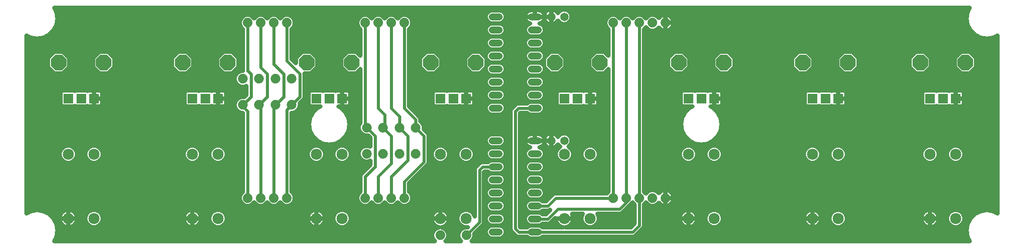
<source format=gtl>
G75*
G70*
%OFA0B0*%
%FSLAX24Y24*%
%IPPOS*%
%LPD*%
%AMOC8*
5,1,8,0,0,1.08239X$1,22.5*
%
%ADD10R,0.0740X0.0740*%
%ADD11OC8,0.1181*%
%ADD12C,0.0520*%
%ADD13C,0.0740*%
%ADD14C,0.0650*%
%ADD15C,0.0850*%
%ADD16C,0.0320*%
%ADD17C,0.0240*%
D10*
X005026Y012754D03*
X006010Y012754D03*
X006994Y012754D03*
X014526Y012754D03*
X015510Y012754D03*
X016494Y012754D03*
X024026Y012754D03*
X025010Y012754D03*
X025994Y012754D03*
X033526Y012754D03*
X034510Y012754D03*
X035494Y012754D03*
X043026Y012754D03*
X044010Y012754D03*
X044994Y012754D03*
X052526Y012754D03*
X053510Y012754D03*
X054494Y012754D03*
X062026Y012754D03*
X063010Y012754D03*
X063994Y012754D03*
X071026Y012754D03*
X072010Y012754D03*
X072994Y012754D03*
D11*
X073742Y015510D03*
X070278Y015510D03*
X064742Y015510D03*
X061278Y015510D03*
X055242Y015510D03*
X051778Y015510D03*
X045742Y015510D03*
X042278Y015510D03*
X036242Y015510D03*
X032778Y015510D03*
X026742Y015510D03*
X023278Y015510D03*
X017242Y015510D03*
X013778Y015510D03*
X007742Y015510D03*
X004278Y015510D03*
D12*
X037500Y015010D02*
X038020Y015010D01*
X040500Y015010D02*
X041020Y015010D01*
X041020Y014010D02*
X040500Y014010D01*
X038020Y014010D02*
X037500Y014010D01*
X037500Y013010D02*
X038020Y013010D01*
X040500Y013010D02*
X041020Y013010D01*
X041020Y012010D02*
X040500Y012010D01*
X038020Y012010D02*
X037500Y012010D01*
X037500Y009510D02*
X038020Y009510D01*
X040500Y009510D02*
X041020Y009510D01*
X041020Y008510D02*
X040500Y008510D01*
X038020Y008510D02*
X037500Y008510D01*
X037500Y007510D02*
X038020Y007510D01*
X040500Y007510D02*
X041020Y007510D01*
X041020Y006510D02*
X040500Y006510D01*
X038020Y006510D02*
X037500Y006510D01*
X037500Y005510D02*
X038020Y005510D01*
X040500Y005510D02*
X041020Y005510D01*
X041020Y004510D02*
X040500Y004510D01*
X038020Y004510D02*
X037500Y004510D01*
X037500Y003510D02*
X038020Y003510D01*
X040500Y003510D02*
X041020Y003510D01*
X041020Y002510D02*
X040500Y002510D01*
X038020Y002510D02*
X037500Y002510D01*
X037500Y016010D02*
X038020Y016010D01*
X040500Y016010D02*
X041020Y016010D01*
X041020Y017010D02*
X040500Y017010D01*
X038020Y017010D02*
X037500Y017010D01*
X037500Y018010D02*
X038020Y018010D01*
X040500Y018010D02*
X041020Y018010D01*
X041020Y019010D02*
X040500Y019010D01*
X038020Y019010D02*
X037500Y019010D01*
D13*
X030760Y018556D03*
X029760Y018556D03*
X028760Y018556D03*
X027760Y018556D03*
X021760Y018556D03*
X020760Y018556D03*
X019760Y018556D03*
X018760Y018556D03*
X018385Y014260D03*
X019635Y014260D03*
X020885Y014260D03*
X022135Y014260D03*
X022135Y012260D03*
X020885Y012260D03*
X019635Y012260D03*
X018385Y012260D03*
X027885Y010510D03*
X029135Y010510D03*
X030385Y010510D03*
X031635Y010510D03*
X031635Y008510D03*
X030385Y008510D03*
X029135Y008510D03*
X027885Y008510D03*
X027760Y005118D03*
X028760Y005118D03*
X029760Y005118D03*
X030760Y005118D03*
X021760Y005118D03*
X020760Y005118D03*
X019760Y005118D03*
X018760Y005118D03*
X033510Y002260D03*
X035510Y002260D03*
X046760Y005118D03*
X047760Y005118D03*
X048760Y005118D03*
X049760Y005118D03*
X050760Y005118D03*
X050760Y018556D03*
X049760Y018556D03*
X048760Y018556D03*
X047760Y018556D03*
X046760Y018556D03*
D14*
X043010Y019010D03*
X042010Y019010D03*
X042010Y009510D03*
X043010Y009510D03*
D15*
X043026Y008471D03*
X044994Y008471D03*
X052526Y008471D03*
X054494Y008471D03*
X062026Y008471D03*
X063994Y008471D03*
X071026Y008471D03*
X072994Y008471D03*
X072994Y003549D03*
X071026Y003549D03*
X063994Y003549D03*
X062026Y003549D03*
X054494Y003549D03*
X052526Y003549D03*
X044994Y003549D03*
X043026Y003549D03*
X035494Y003549D03*
X033526Y003549D03*
X025994Y003549D03*
X024026Y003549D03*
X016494Y003549D03*
X014526Y003549D03*
X006994Y003549D03*
X005026Y003549D03*
X005026Y008471D03*
X006994Y008471D03*
X014526Y008471D03*
X016494Y008471D03*
X024026Y008471D03*
X025994Y008471D03*
X033526Y008471D03*
X035494Y008471D03*
D16*
X004119Y002153D02*
X003949Y001820D01*
X033087Y001820D01*
X032993Y001914D01*
X032900Y002139D01*
X032900Y002381D01*
X032993Y002606D01*
X033164Y002777D01*
X033389Y002870D01*
X033438Y002870D01*
X033392Y002876D01*
X033305Y002899D01*
X033222Y002934D01*
X033144Y002979D01*
X033073Y003033D01*
X033010Y003097D01*
X032955Y003168D01*
X032910Y003246D01*
X032876Y003329D01*
X032852Y003415D01*
X032841Y003504D01*
X032841Y003549D01*
X033526Y003549D01*
X033526Y003549D01*
X034211Y003549D01*
X034211Y003504D01*
X034199Y003415D01*
X034176Y003329D01*
X034141Y003246D01*
X034097Y003168D01*
X034042Y003097D01*
X033978Y003033D01*
X033907Y002979D01*
X033829Y002934D01*
X033746Y002899D01*
X033660Y002876D01*
X033613Y002870D01*
X033631Y002870D01*
X033856Y002777D01*
X034027Y002606D01*
X034120Y002381D01*
X034120Y002139D01*
X034027Y001914D01*
X033933Y001820D01*
X035087Y001820D01*
X034993Y001914D01*
X034900Y002139D01*
X034900Y002381D01*
X034993Y002606D01*
X035164Y002777D01*
X035389Y002870D01*
X035611Y002870D01*
X035625Y002884D01*
X035362Y002884D01*
X035118Y002986D01*
X034930Y003173D01*
X034829Y003417D01*
X034829Y003682D01*
X034930Y003926D01*
X035118Y004113D01*
X035362Y004214D01*
X035627Y004214D01*
X035871Y004113D01*
X036058Y003926D01*
X036150Y003704D01*
X036150Y007332D01*
X036205Y007464D01*
X036306Y007565D01*
X036556Y007815D01*
X036688Y007870D01*
X037153Y007870D01*
X037217Y007934D01*
X037401Y008010D01*
X038119Y008010D01*
X038303Y008086D01*
X038444Y008227D01*
X038520Y008411D01*
X038520Y008609D01*
X038444Y008793D01*
X038303Y008934D01*
X038119Y009010D01*
X038303Y009086D01*
X038444Y009227D01*
X038520Y009411D01*
X038520Y009609D01*
X038444Y009793D01*
X038303Y009934D01*
X038119Y010010D01*
X037401Y010010D01*
X037217Y009934D01*
X037076Y009793D01*
X037000Y009609D01*
X037000Y009411D01*
X037076Y009227D01*
X037217Y009086D01*
X037401Y009010D01*
X038119Y009010D01*
X037401Y009010D01*
X037217Y008934D01*
X037076Y008793D01*
X037000Y008609D01*
X037000Y008411D01*
X037076Y008227D01*
X037217Y008086D01*
X037401Y008010D01*
X038119Y008010D01*
X038303Y007934D01*
X038444Y007793D01*
X038520Y007609D01*
X038520Y007411D01*
X038444Y007227D01*
X038303Y007086D01*
X038119Y007010D01*
X038303Y006934D01*
X038444Y006793D01*
X038520Y006609D01*
X038520Y006411D01*
X038444Y006227D01*
X038303Y006086D01*
X038119Y006010D01*
X037401Y006010D01*
X037217Y006086D01*
X037076Y006227D01*
X037000Y006411D01*
X037000Y006609D01*
X037076Y006793D01*
X037217Y006934D01*
X037401Y007010D01*
X038119Y007010D01*
X037401Y007010D01*
X037217Y007086D01*
X037153Y007150D01*
X036909Y007150D01*
X036870Y007111D01*
X036870Y003188D01*
X036815Y003056D01*
X036120Y002361D01*
X036120Y002139D01*
X036027Y001914D01*
X035933Y001820D01*
X074071Y001820D01*
X073901Y002153D01*
X073901Y002153D01*
X073825Y002635D01*
X073825Y002635D01*
X073901Y003117D01*
X073901Y003117D01*
X074123Y003552D01*
X074123Y003552D01*
X074468Y003897D01*
X074468Y003897D01*
X074903Y004119D01*
X074903Y004119D01*
X075385Y004195D01*
X075385Y004195D01*
X075867Y004119D01*
X075867Y004119D01*
X076200Y003949D01*
X076200Y017571D01*
X075867Y017401D01*
X075867Y017401D01*
X075385Y017325D01*
X075385Y017325D01*
X074903Y017401D01*
X074903Y017401D01*
X074468Y017623D01*
X074468Y017623D01*
X074123Y017968D01*
X074123Y017968D01*
X073901Y018403D01*
X073901Y018403D01*
X073825Y018885D01*
X073825Y018885D01*
X073901Y019367D01*
X073901Y019367D01*
X074071Y019700D01*
X003949Y019700D01*
X004119Y019367D01*
X004119Y019367D01*
X004195Y018885D01*
X004119Y018403D01*
X004119Y018403D01*
X003897Y017968D01*
X003897Y017968D01*
X003552Y017623D01*
X003552Y017623D01*
X003117Y017401D01*
X003117Y017401D01*
X002635Y017325D01*
X002635Y017325D01*
X002153Y017401D01*
X002153Y017401D01*
X001820Y017571D01*
X001820Y003949D01*
X002153Y004119D01*
X002153Y004119D01*
X002635Y004195D01*
X002635Y004195D01*
X003117Y004119D01*
X003117Y004119D01*
X003552Y003897D01*
X003552Y003897D01*
X003897Y003552D01*
X003897Y003552D01*
X004119Y003117D01*
X004119Y003117D01*
X004195Y002635D01*
X004119Y002153D01*
X004119Y002153D01*
X004129Y002216D02*
X032900Y002216D01*
X032963Y002534D02*
X004179Y002534D01*
X004161Y002853D02*
X033346Y002853D01*
X033674Y002853D02*
X035346Y002853D01*
X034932Y003171D02*
X034098Y003171D01*
X032953Y003171D02*
X026556Y003171D01*
X026558Y003173D02*
X026659Y003417D01*
X026659Y003682D01*
X026558Y003926D01*
X026371Y004113D01*
X026127Y004214D01*
X025862Y004214D01*
X025618Y004113D01*
X025430Y003926D01*
X025329Y003682D01*
X025329Y003417D01*
X025430Y003173D01*
X025618Y002986D01*
X025862Y002884D01*
X026127Y002884D01*
X026371Y002986D01*
X026558Y003173D01*
X026659Y003490D02*
X032843Y003490D01*
X032841Y003549D02*
X033526Y003549D01*
X034211Y003549D01*
X034211Y003594D01*
X034199Y003683D01*
X034176Y003770D01*
X034141Y003853D01*
X034097Y003931D01*
X034042Y004002D01*
X033978Y004065D01*
X033907Y004120D01*
X033829Y004165D01*
X033746Y004199D01*
X033660Y004223D01*
X033571Y004234D01*
X033526Y004234D01*
X033526Y003549D01*
X033526Y003549D01*
X033526Y003549D01*
X033526Y004234D01*
X033481Y004234D01*
X033392Y004223D01*
X033305Y004199D01*
X033222Y004165D01*
X033144Y004120D01*
X033073Y004065D01*
X033010Y004002D01*
X032955Y003931D01*
X032910Y003853D01*
X032876Y003770D01*
X032852Y003683D01*
X032841Y003594D01*
X032841Y003549D01*
X032891Y003808D02*
X026607Y003808D01*
X026339Y004127D02*
X033155Y004127D01*
X033526Y004127D02*
X033526Y004127D01*
X033896Y004127D02*
X035150Y004127D01*
X035839Y004127D02*
X036150Y004127D01*
X036150Y004445D02*
X001820Y004445D01*
X001820Y004127D02*
X002203Y004127D01*
X003067Y004127D02*
X004655Y004127D01*
X004644Y004120D02*
X004573Y004065D01*
X004510Y004002D01*
X004455Y003931D01*
X004410Y003853D01*
X004376Y003770D01*
X004352Y003683D01*
X004341Y003594D01*
X004341Y003549D01*
X004341Y003504D01*
X004352Y003415D01*
X004376Y003329D01*
X004410Y003246D01*
X004455Y003168D01*
X004510Y003097D01*
X004573Y003033D01*
X004644Y002979D01*
X004722Y002934D01*
X004805Y002899D01*
X004892Y002876D01*
X004981Y002864D01*
X005026Y002864D01*
X005071Y002864D01*
X005160Y002876D01*
X005246Y002899D01*
X005329Y002934D01*
X005407Y002979D01*
X005478Y003033D01*
X005542Y003097D01*
X005597Y003168D01*
X005641Y003246D01*
X005676Y003329D01*
X005699Y003415D01*
X005711Y003504D01*
X005711Y003549D01*
X005026Y003549D01*
X005026Y002864D01*
X005026Y003549D01*
X005026Y003549D01*
X005026Y003549D01*
X005711Y003549D01*
X005711Y003594D01*
X005699Y003683D01*
X005676Y003770D01*
X005641Y003853D01*
X005597Y003931D01*
X005542Y004002D01*
X005478Y004065D01*
X005407Y004120D01*
X005329Y004165D01*
X005246Y004199D01*
X005160Y004223D01*
X005071Y004234D01*
X005026Y004234D01*
X005026Y003549D01*
X004341Y003549D01*
X005026Y003549D01*
X005026Y003549D01*
X005026Y003549D01*
X005026Y004234D01*
X004981Y004234D01*
X004892Y004223D01*
X004805Y004199D01*
X004722Y004165D01*
X004644Y004120D01*
X005026Y004127D02*
X005026Y004127D01*
X005396Y004127D02*
X006650Y004127D01*
X006618Y004113D02*
X006430Y003926D01*
X006329Y003682D01*
X006329Y003417D01*
X006430Y003173D01*
X006618Y002986D01*
X006862Y002884D01*
X007127Y002884D01*
X007371Y002986D01*
X007558Y003173D01*
X007659Y003417D01*
X007659Y003682D01*
X007558Y003926D01*
X007371Y004113D01*
X007127Y004214D01*
X006862Y004214D01*
X006618Y004113D01*
X007339Y004127D02*
X014155Y004127D01*
X014144Y004120D02*
X014073Y004065D01*
X014010Y004002D01*
X013955Y003931D01*
X013910Y003853D01*
X013876Y003770D01*
X013852Y003683D01*
X013841Y003594D01*
X013841Y003549D01*
X013841Y003504D01*
X013852Y003415D01*
X013876Y003329D01*
X013910Y003246D01*
X013955Y003168D01*
X014010Y003097D01*
X014073Y003033D01*
X014144Y002979D01*
X014222Y002934D01*
X014305Y002899D01*
X014392Y002876D01*
X014481Y002864D01*
X014526Y002864D01*
X014571Y002864D01*
X014660Y002876D01*
X014746Y002899D01*
X014829Y002934D01*
X014907Y002979D01*
X014978Y003033D01*
X015042Y003097D01*
X015097Y003168D01*
X015141Y003246D01*
X015176Y003329D01*
X015199Y003415D01*
X015211Y003504D01*
X015211Y003549D01*
X014526Y003549D01*
X014526Y002864D01*
X014526Y003549D01*
X014526Y003549D01*
X014526Y003549D01*
X015211Y003549D01*
X015211Y003594D01*
X015199Y003683D01*
X015176Y003770D01*
X015141Y003853D01*
X015097Y003931D01*
X015042Y004002D01*
X014978Y004065D01*
X014907Y004120D01*
X014829Y004165D01*
X014746Y004199D01*
X014660Y004223D01*
X014571Y004234D01*
X014526Y004234D01*
X014526Y003549D01*
X013841Y003549D01*
X014526Y003549D01*
X014526Y003549D01*
X014526Y003549D01*
X014526Y004234D01*
X014481Y004234D01*
X014392Y004223D01*
X014305Y004199D01*
X014222Y004165D01*
X014144Y004120D01*
X014526Y004127D02*
X014526Y004127D01*
X014896Y004127D02*
X016150Y004127D01*
X016118Y004113D02*
X015930Y003926D01*
X015829Y003682D01*
X015829Y003417D01*
X015930Y003173D01*
X016118Y002986D01*
X016362Y002884D01*
X016627Y002884D01*
X016871Y002986D01*
X017058Y003173D01*
X017159Y003417D01*
X017159Y003682D01*
X017058Y003926D01*
X016871Y004113D01*
X016627Y004214D01*
X016362Y004214D01*
X016118Y004113D01*
X016839Y004127D02*
X023655Y004127D01*
X023644Y004120D02*
X023573Y004065D01*
X023510Y004002D01*
X023455Y003931D01*
X023410Y003853D01*
X023376Y003770D01*
X023352Y003683D01*
X023341Y003594D01*
X023341Y003549D01*
X023341Y003504D01*
X023352Y003415D01*
X023376Y003329D01*
X023410Y003246D01*
X023455Y003168D01*
X023510Y003097D01*
X023573Y003033D01*
X023644Y002979D01*
X023722Y002934D01*
X023805Y002899D01*
X023892Y002876D01*
X023981Y002864D01*
X024026Y002864D01*
X024071Y002864D01*
X024160Y002876D01*
X024246Y002899D01*
X024329Y002934D01*
X024407Y002979D01*
X024478Y003033D01*
X024542Y003097D01*
X024597Y003168D01*
X024641Y003246D01*
X024676Y003329D01*
X024699Y003415D01*
X024711Y003504D01*
X024711Y003549D01*
X024026Y003549D01*
X024026Y002864D01*
X024026Y003549D01*
X024026Y003549D01*
X024026Y003549D01*
X024711Y003549D01*
X024711Y003594D01*
X024699Y003683D01*
X024676Y003770D01*
X024641Y003853D01*
X024597Y003931D01*
X024542Y004002D01*
X024478Y004065D01*
X024407Y004120D01*
X024329Y004165D01*
X024246Y004199D01*
X024160Y004223D01*
X024071Y004234D01*
X024026Y004234D01*
X024026Y003549D01*
X023341Y003549D01*
X024026Y003549D01*
X024026Y003549D01*
X024026Y003549D01*
X024026Y004234D01*
X023981Y004234D01*
X023892Y004223D01*
X023805Y004199D01*
X023722Y004165D01*
X023644Y004120D01*
X024026Y004127D02*
X024026Y004127D01*
X024396Y004127D02*
X025650Y004127D01*
X025382Y003808D02*
X024660Y003808D01*
X024709Y003490D02*
X025329Y003490D01*
X025432Y003171D02*
X024598Y003171D01*
X024026Y003171D02*
X024026Y003171D01*
X023453Y003171D02*
X017056Y003171D01*
X015932Y003171D02*
X015098Y003171D01*
X014526Y003171D02*
X014526Y003171D01*
X013953Y003171D02*
X007556Y003171D01*
X006432Y003171D02*
X005598Y003171D01*
X005026Y003171D02*
X005026Y003171D01*
X004453Y003171D02*
X004091Y003171D01*
X003929Y003490D02*
X004343Y003490D01*
X004391Y003808D02*
X003641Y003808D01*
X005026Y003808D02*
X005026Y003808D01*
X005026Y003490D02*
X005026Y003490D01*
X005709Y003490D02*
X006329Y003490D01*
X006382Y003808D02*
X005660Y003808D01*
X007607Y003808D02*
X013891Y003808D01*
X013843Y003490D02*
X007659Y003490D01*
X001820Y004764D02*
X018252Y004764D01*
X018243Y004773D02*
X018414Y004601D01*
X018639Y004508D01*
X018881Y004508D01*
X019106Y004601D01*
X019260Y004756D01*
X019414Y004601D01*
X019639Y004508D01*
X019881Y004508D01*
X020106Y004601D01*
X020260Y004756D01*
X020414Y004601D01*
X020639Y004508D01*
X020881Y004508D01*
X021106Y004601D01*
X021260Y004756D01*
X021414Y004601D01*
X021639Y004508D01*
X021881Y004508D01*
X022106Y004601D01*
X022277Y004773D01*
X022370Y004997D01*
X022370Y005240D01*
X022277Y005464D01*
X022120Y005621D01*
X022120Y011650D01*
X022256Y011650D01*
X022481Y011743D01*
X022652Y011914D01*
X022745Y012139D01*
X022745Y012361D01*
X023065Y012681D01*
X023120Y012813D01*
X023120Y014679D01*
X023622Y014679D01*
X024108Y015166D01*
X024108Y015854D01*
X023622Y016341D01*
X022934Y016341D01*
X022447Y015854D01*
X022447Y015457D01*
X022120Y015784D01*
X022120Y018054D01*
X022277Y018211D01*
X022370Y018435D01*
X022370Y018678D01*
X022277Y018902D01*
X022106Y019073D01*
X021881Y019166D01*
X021639Y019166D01*
X021414Y019073D01*
X021260Y018919D01*
X021106Y019073D01*
X020881Y019166D01*
X020639Y019166D01*
X020414Y019073D01*
X020260Y018919D01*
X020106Y019073D01*
X019881Y019166D01*
X019639Y019166D01*
X019414Y019073D01*
X019260Y018919D01*
X019106Y019073D01*
X018881Y019166D01*
X018639Y019166D01*
X018414Y019073D01*
X018243Y018902D01*
X018150Y018678D01*
X018150Y018435D01*
X018243Y018211D01*
X018400Y018054D01*
X018400Y014870D01*
X018264Y014870D01*
X018039Y014777D01*
X017868Y014606D01*
X017775Y014381D01*
X017775Y014139D01*
X017868Y013914D01*
X018039Y013743D01*
X018264Y013650D01*
X018506Y013650D01*
X018650Y013710D01*
X018650Y013034D01*
X018486Y012870D01*
X018264Y012870D01*
X018039Y012777D01*
X017868Y012606D01*
X017775Y012381D01*
X017775Y012139D01*
X017868Y011914D01*
X018039Y011743D01*
X018264Y011650D01*
X018361Y011650D01*
X018400Y011611D01*
X018400Y005621D01*
X018243Y005464D01*
X018150Y005240D01*
X018150Y004997D01*
X018243Y004773D01*
X018150Y005082D02*
X001820Y005082D01*
X001820Y005401D02*
X018217Y005401D01*
X018400Y005719D02*
X001820Y005719D01*
X001820Y006038D02*
X018400Y006038D01*
X018400Y006356D02*
X001820Y006356D01*
X001820Y006675D02*
X018400Y006675D01*
X018400Y006993D02*
X001820Y006993D01*
X001820Y007312D02*
X018400Y007312D01*
X018400Y007630D02*
X001820Y007630D01*
X001820Y007949D02*
X004607Y007949D01*
X004649Y007907D02*
X004893Y007806D01*
X005158Y007806D01*
X005402Y007907D01*
X005590Y008094D01*
X005691Y008338D01*
X005691Y008603D01*
X005590Y008847D01*
X005402Y009034D01*
X005158Y009136D01*
X004893Y009136D01*
X004649Y009034D01*
X004462Y008847D01*
X004361Y008603D01*
X004361Y008338D01*
X004462Y008094D01*
X004649Y007907D01*
X005444Y007949D02*
X006576Y007949D01*
X006618Y007907D02*
X006862Y007806D01*
X007127Y007806D01*
X007371Y007907D01*
X007558Y008094D01*
X007659Y008338D01*
X007659Y008603D01*
X007558Y008847D01*
X007371Y009034D01*
X007127Y009136D01*
X006862Y009136D01*
X006618Y009034D01*
X006430Y008847D01*
X006329Y008603D01*
X006329Y008338D01*
X006430Y008094D01*
X006618Y007907D01*
X007413Y007949D02*
X014107Y007949D01*
X014149Y007907D02*
X014393Y007806D01*
X014658Y007806D01*
X014902Y007907D01*
X015090Y008094D01*
X015191Y008338D01*
X015191Y008603D01*
X015090Y008847D01*
X014902Y009034D01*
X014658Y009136D01*
X014393Y009136D01*
X014149Y009034D01*
X013962Y008847D01*
X013861Y008603D01*
X013861Y008338D01*
X013962Y008094D01*
X014149Y007907D01*
X014944Y007949D02*
X016076Y007949D01*
X016118Y007907D02*
X016362Y007806D01*
X016627Y007806D01*
X016871Y007907D01*
X017058Y008094D01*
X017159Y008338D01*
X017159Y008603D01*
X017058Y008847D01*
X016871Y009034D01*
X016627Y009136D01*
X016362Y009136D01*
X016118Y009034D01*
X015930Y008847D01*
X015829Y008603D01*
X015829Y008338D01*
X015930Y008094D01*
X016118Y007907D01*
X016913Y007949D02*
X018400Y007949D01*
X018400Y008267D02*
X017130Y008267D01*
X017159Y008586D02*
X018400Y008586D01*
X018400Y008904D02*
X017001Y008904D01*
X015987Y008904D02*
X015033Y008904D01*
X015191Y008586D02*
X015829Y008586D01*
X015859Y008267D02*
X015161Y008267D01*
X013890Y008267D02*
X007630Y008267D01*
X007659Y008586D02*
X013861Y008586D01*
X014019Y008904D02*
X007501Y008904D01*
X006487Y008904D02*
X005533Y008904D01*
X005691Y008586D02*
X006329Y008586D01*
X006359Y008267D02*
X005661Y008267D01*
X004390Y008267D02*
X001820Y008267D01*
X001820Y008586D02*
X004361Y008586D01*
X004519Y008904D02*
X001820Y008904D01*
X001820Y009223D02*
X018400Y009223D01*
X018400Y009541D02*
X001820Y009541D01*
X001820Y009860D02*
X018400Y009860D01*
X018400Y010178D02*
X001820Y010178D01*
X001820Y010497D02*
X018400Y010497D01*
X018400Y010815D02*
X001820Y010815D01*
X001820Y011134D02*
X018400Y011134D01*
X018400Y011452D02*
X001820Y011452D01*
X001820Y011771D02*
X018012Y011771D01*
X017796Y012089D02*
X001820Y012089D01*
X001820Y012408D02*
X004416Y012408D01*
X004416Y012336D02*
X004452Y012248D01*
X004520Y012181D01*
X004608Y012144D01*
X005443Y012144D01*
X005518Y012175D01*
X005592Y012144D01*
X006428Y012144D01*
X006482Y012167D01*
X006501Y012154D01*
X006548Y012134D01*
X006599Y012124D01*
X006994Y012124D01*
X006994Y012754D01*
X006994Y012754D01*
X006994Y013384D01*
X006599Y013384D01*
X006548Y013374D01*
X006501Y013355D01*
X006482Y013342D01*
X006428Y013364D01*
X005592Y013364D01*
X005518Y013333D01*
X005443Y013364D01*
X004608Y013364D01*
X004520Y013328D01*
X004452Y013260D01*
X004416Y013172D01*
X004416Y012336D01*
X004416Y012726D02*
X001820Y012726D01*
X001820Y013045D02*
X004416Y013045D01*
X004605Y013363D02*
X001820Y013363D01*
X001820Y013682D02*
X018188Y013682D01*
X018582Y013682D02*
X018650Y013682D01*
X018650Y013363D02*
X016967Y013363D01*
X016987Y013355D02*
X016940Y013374D01*
X016890Y013384D01*
X016494Y013384D01*
X016099Y013384D01*
X016048Y013374D01*
X016001Y013355D01*
X015982Y013342D01*
X015928Y013364D01*
X015092Y013364D01*
X015018Y013333D01*
X014943Y013364D01*
X014108Y013364D01*
X014020Y013328D01*
X013952Y013260D01*
X013916Y013172D01*
X013916Y012336D01*
X013952Y012248D01*
X014020Y012181D01*
X014108Y012144D01*
X014943Y012144D01*
X015018Y012175D01*
X015092Y012144D01*
X015928Y012144D01*
X015982Y012167D01*
X016001Y012154D01*
X016048Y012134D01*
X016099Y012124D01*
X016494Y012124D01*
X016494Y012754D01*
X016494Y012754D01*
X016494Y013384D01*
X016494Y012754D01*
X016494Y012754D01*
X016494Y012124D01*
X016890Y012124D01*
X016940Y012134D01*
X016987Y012154D01*
X017030Y012182D01*
X017066Y012218D01*
X017095Y012261D01*
X017114Y012308D01*
X017124Y012358D01*
X017124Y012754D01*
X016494Y012754D01*
X016494Y012754D01*
X017124Y012754D01*
X017124Y013150D01*
X017114Y013200D01*
X017095Y013247D01*
X017066Y013290D01*
X017030Y013326D01*
X016987Y013355D01*
X016494Y013363D02*
X016494Y013363D01*
X016022Y013363D02*
X015930Y013363D01*
X015090Y013363D02*
X014946Y013363D01*
X014105Y013363D02*
X007467Y013363D01*
X007487Y013355D02*
X007440Y013374D01*
X007390Y013384D01*
X006994Y013384D01*
X006994Y012754D01*
X006994Y012754D01*
X006994Y012124D01*
X007390Y012124D01*
X007440Y012134D01*
X007487Y012154D01*
X007530Y012182D01*
X007566Y012218D01*
X007595Y012261D01*
X007614Y012308D01*
X007624Y012358D01*
X007624Y012754D01*
X006994Y012754D01*
X006994Y012754D01*
X007624Y012754D01*
X007624Y013150D01*
X007614Y013200D01*
X007595Y013247D01*
X007566Y013290D01*
X007530Y013326D01*
X007487Y013355D01*
X006994Y013363D02*
X006994Y013363D01*
X006522Y013363D02*
X006430Y013363D01*
X005590Y013363D02*
X005446Y013363D01*
X006994Y013045D02*
X006994Y013045D01*
X006994Y012726D02*
X006994Y012726D01*
X007624Y012726D02*
X013916Y012726D01*
X013916Y013045D02*
X007624Y013045D01*
X007624Y012408D02*
X013916Y012408D01*
X016494Y012408D02*
X016494Y012408D01*
X017124Y012408D02*
X017786Y012408D01*
X017988Y012726D02*
X017124Y012726D01*
X017124Y013045D02*
X018650Y013045D01*
X016494Y013045D02*
X016494Y013045D01*
X016494Y012726D02*
X016494Y012726D01*
X017832Y014000D02*
X001820Y014000D01*
X001820Y014319D02*
X017775Y014319D01*
X017899Y014637D02*
X001820Y014637D01*
X001820Y014956D02*
X003658Y014956D01*
X003447Y015166D02*
X003934Y014679D01*
X004622Y014679D01*
X005108Y015166D01*
X005108Y015854D01*
X004622Y016341D01*
X003934Y016341D01*
X003447Y015854D01*
X003447Y015166D01*
X003447Y015274D02*
X001820Y015274D01*
X001820Y015593D02*
X003447Y015593D01*
X003504Y015911D02*
X001820Y015911D01*
X001820Y016230D02*
X003823Y016230D01*
X004733Y016230D02*
X007287Y016230D01*
X007398Y016341D02*
X006912Y015854D01*
X006912Y015166D01*
X007398Y014679D01*
X008086Y014679D01*
X008573Y015166D01*
X008573Y015854D01*
X008086Y016341D01*
X007398Y016341D01*
X008197Y016230D02*
X013323Y016230D01*
X013434Y016341D02*
X012947Y015854D01*
X012947Y015166D01*
X013434Y014679D01*
X014122Y014679D01*
X014608Y015166D01*
X014608Y015854D01*
X014122Y016341D01*
X013434Y016341D01*
X014233Y016230D02*
X016787Y016230D01*
X016898Y016341D02*
X016412Y015854D01*
X016412Y015166D01*
X016898Y014679D01*
X017586Y014679D01*
X018073Y015166D01*
X018073Y015854D01*
X017586Y016341D01*
X016898Y016341D01*
X017697Y016230D02*
X018400Y016230D01*
X018400Y016548D02*
X001820Y016548D01*
X001820Y016867D02*
X018400Y016867D01*
X018400Y017185D02*
X001820Y017185D01*
X001820Y017504D02*
X001952Y017504D01*
X003318Y017504D02*
X018400Y017504D01*
X018400Y017822D02*
X003751Y017822D01*
X003985Y018141D02*
X018313Y018141D01*
X018150Y018459D02*
X004128Y018459D01*
X004178Y018778D02*
X018191Y018778D01*
X018469Y019096D02*
X004162Y019096D01*
X004094Y019415D02*
X037197Y019415D01*
X037217Y019434D02*
X037076Y019293D01*
X037000Y019109D01*
X037000Y018911D01*
X037076Y018727D01*
X037217Y018586D01*
X037401Y018510D01*
X037217Y018434D01*
X037076Y018293D01*
X037000Y018109D01*
X037000Y017911D01*
X037076Y017727D01*
X037217Y017586D01*
X037401Y017510D01*
X037217Y017434D01*
X037076Y017293D01*
X037000Y017109D01*
X037000Y016911D01*
X037076Y016727D01*
X037217Y016586D01*
X037401Y016510D01*
X038119Y016510D01*
X038303Y016586D01*
X038444Y016727D01*
X038520Y016911D01*
X038520Y017109D01*
X038444Y017293D01*
X038303Y017434D01*
X038119Y017510D01*
X037401Y017510D01*
X038119Y017510D01*
X038303Y017586D01*
X038444Y017727D01*
X038520Y017911D01*
X038520Y018109D01*
X038444Y018293D01*
X038303Y018434D01*
X038119Y018510D01*
X037401Y018510D01*
X038119Y018510D01*
X038303Y018586D01*
X038444Y018727D01*
X038520Y018911D01*
X038520Y019109D01*
X038444Y019293D01*
X038303Y019434D01*
X038119Y019510D01*
X037401Y019510D01*
X037217Y019434D01*
X037000Y019096D02*
X031051Y019096D01*
X031106Y019073D02*
X030881Y019166D01*
X030639Y019166D01*
X030414Y019073D01*
X030260Y018919D01*
X030106Y019073D01*
X029881Y019166D01*
X029639Y019166D01*
X029414Y019073D01*
X029260Y018919D01*
X029106Y019073D01*
X028881Y019166D01*
X028639Y019166D01*
X028414Y019073D01*
X028260Y018919D01*
X028106Y019073D01*
X027881Y019166D01*
X027639Y019166D01*
X027414Y019073D01*
X027243Y018902D01*
X027150Y018678D01*
X027150Y018435D01*
X027243Y018211D01*
X027400Y018054D01*
X027400Y016027D01*
X027086Y016341D01*
X026398Y016341D01*
X025912Y015854D01*
X025912Y015166D01*
X026398Y014679D01*
X027086Y014679D01*
X027400Y014993D01*
X027400Y010888D01*
X027368Y010856D01*
X027275Y010631D01*
X027275Y010389D01*
X027368Y010164D01*
X027539Y009993D01*
X027764Y009900D01*
X027986Y009900D01*
X028150Y009736D01*
X028150Y009060D01*
X028006Y009120D01*
X027764Y009120D01*
X027539Y009027D01*
X027368Y008856D01*
X027275Y008631D01*
X027275Y008389D01*
X027368Y008164D01*
X027539Y007993D01*
X027764Y007900D01*
X028006Y007900D01*
X028150Y007960D01*
X028150Y007659D01*
X027556Y007065D01*
X027455Y006964D01*
X027400Y006832D01*
X027400Y005621D01*
X027243Y005464D01*
X027150Y005240D01*
X027150Y004997D01*
X027243Y004773D01*
X027414Y004601D01*
X027639Y004508D01*
X027881Y004508D01*
X028106Y004601D01*
X028260Y004756D01*
X028414Y004601D01*
X028639Y004508D01*
X028881Y004508D01*
X029106Y004601D01*
X029260Y004756D01*
X029414Y004601D01*
X029639Y004508D01*
X029881Y004508D01*
X030106Y004601D01*
X030260Y004756D01*
X030414Y004601D01*
X030639Y004508D01*
X030881Y004508D01*
X031106Y004601D01*
X031277Y004773D01*
X031370Y004997D01*
X031370Y005240D01*
X031277Y005464D01*
X031120Y005621D01*
X031120Y006236D01*
X032565Y007681D01*
X032620Y007813D01*
X032620Y009957D01*
X032565Y010089D01*
X032245Y010409D01*
X032245Y010631D01*
X032152Y010856D01*
X031995Y011013D01*
X031995Y011207D01*
X031940Y011339D01*
X031839Y011440D01*
X031120Y012159D01*
X031120Y018054D01*
X031277Y018211D01*
X031370Y018435D01*
X031370Y018678D01*
X031277Y018902D01*
X031106Y019073D01*
X031329Y018778D02*
X037055Y018778D01*
X037277Y018459D02*
X031370Y018459D01*
X031207Y018141D02*
X037013Y018141D01*
X037037Y017822D02*
X031120Y017822D01*
X031120Y017504D02*
X037385Y017504D01*
X038135Y017504D02*
X040385Y017504D01*
X040401Y017510D02*
X040217Y017434D01*
X040076Y017293D01*
X040000Y017109D01*
X040000Y016911D01*
X040076Y016727D01*
X040217Y016586D01*
X040401Y016510D01*
X041119Y016510D01*
X041303Y016586D01*
X041444Y016727D01*
X041520Y016911D01*
X041520Y017109D01*
X041444Y017293D01*
X041303Y017434D01*
X041119Y017510D01*
X040401Y017510D01*
X041119Y017510D01*
X041303Y017586D01*
X041444Y017727D01*
X041520Y017911D01*
X041520Y018109D01*
X041444Y018293D01*
X041303Y018434D01*
X041138Y018502D01*
X041142Y018503D01*
X041220Y018528D01*
X041293Y018565D01*
X041359Y018613D01*
X041417Y018671D01*
X041465Y018737D01*
X041479Y018765D01*
X041510Y018703D01*
X041564Y018629D01*
X041629Y018564D01*
X041703Y018510D01*
X041785Y018468D01*
X041873Y018439D01*
X041964Y018425D01*
X042010Y018425D01*
X042056Y018425D01*
X042147Y018439D01*
X042235Y018468D01*
X042317Y018510D01*
X042391Y018564D01*
X042456Y018629D01*
X042510Y018703D01*
X042519Y018720D01*
X042531Y018690D01*
X042690Y018531D01*
X042898Y018445D01*
X043122Y018445D01*
X043330Y018531D01*
X043489Y018690D01*
X043575Y018898D01*
X043575Y019122D01*
X043489Y019330D01*
X043330Y019489D01*
X043122Y019575D01*
X042898Y019575D01*
X042690Y019489D01*
X042531Y019330D01*
X042519Y019300D01*
X042510Y019317D01*
X042456Y019391D01*
X042391Y019456D01*
X042317Y019510D01*
X042235Y019552D01*
X042147Y019581D01*
X042056Y019595D01*
X042010Y019595D01*
X042010Y019010D01*
X042010Y019010D01*
X042010Y018425D01*
X042010Y019010D01*
X042010Y019010D01*
X042010Y019595D01*
X041964Y019595D01*
X041873Y019581D01*
X041785Y019552D01*
X041703Y019510D01*
X041629Y019456D01*
X041564Y019391D01*
X041510Y019317D01*
X041479Y019255D01*
X041465Y019283D01*
X041417Y019349D01*
X041359Y019407D01*
X041293Y019455D01*
X041220Y019492D01*
X041142Y019517D01*
X041061Y019530D01*
X040760Y019530D01*
X040760Y019010D01*
X040760Y019010D01*
X042010Y019010D01*
X042010Y019010D01*
X041540Y019010D01*
X040760Y019010D01*
X040760Y019010D01*
X040760Y019010D01*
X039980Y019010D01*
X039980Y019051D01*
X039993Y019132D01*
X040018Y019210D01*
X040055Y019283D01*
X040103Y019349D01*
X040161Y019407D01*
X040227Y019455D01*
X040300Y019492D01*
X040378Y019517D01*
X040459Y019530D01*
X040760Y019530D01*
X040760Y019010D01*
X039980Y019010D01*
X039980Y018969D01*
X039993Y018888D01*
X040018Y018810D01*
X040055Y018737D01*
X040103Y018671D01*
X040161Y018613D01*
X040227Y018565D01*
X040300Y018528D01*
X040378Y018503D01*
X040382Y018502D01*
X040217Y018434D01*
X040076Y018293D01*
X040000Y018109D01*
X040000Y017911D01*
X040076Y017727D01*
X040217Y017586D01*
X040401Y017510D01*
X040037Y017822D02*
X038483Y017822D01*
X038507Y018141D02*
X040013Y018141D01*
X040277Y018459D02*
X038243Y018459D01*
X038465Y018778D02*
X040035Y018778D01*
X039987Y019096D02*
X038520Y019096D01*
X038323Y019415D02*
X040172Y019415D01*
X040760Y019415D02*
X040760Y019415D01*
X041348Y019415D02*
X041587Y019415D01*
X042010Y019415D02*
X042010Y019415D01*
X042433Y019415D02*
X042615Y019415D01*
X043405Y019415D02*
X073926Y019415D01*
X073858Y019096D02*
X051088Y019096D01*
X051090Y019095D02*
X051002Y019140D01*
X050908Y019171D01*
X050810Y019186D01*
X050760Y019186D01*
X050760Y018556D01*
X050760Y017926D01*
X050810Y017926D01*
X050908Y017942D01*
X051002Y017972D01*
X051090Y018017D01*
X051170Y018076D01*
X051241Y018146D01*
X051299Y018226D01*
X051344Y018314D01*
X051374Y018409D01*
X051390Y018507D01*
X051390Y018556D01*
X050760Y018556D01*
X050760Y018556D01*
X050760Y017926D01*
X050710Y017926D01*
X050612Y017942D01*
X050518Y017972D01*
X050430Y018017D01*
X050350Y018076D01*
X050279Y018146D01*
X050251Y018185D01*
X050106Y018039D01*
X049881Y017946D01*
X049639Y017946D01*
X049414Y018039D01*
X049260Y018194D01*
X049120Y018054D01*
X049120Y005621D01*
X049260Y005481D01*
X049414Y005635D01*
X049639Y005728D01*
X049881Y005728D01*
X050106Y005635D01*
X050251Y005490D01*
X050279Y005529D01*
X050350Y005599D01*
X050430Y005657D01*
X050518Y005702D01*
X050612Y005733D01*
X050710Y005748D01*
X050760Y005748D01*
X050760Y005118D01*
X050760Y004488D01*
X050810Y004488D01*
X050908Y004504D01*
X051002Y004534D01*
X051090Y004579D01*
X051170Y004638D01*
X051241Y004708D01*
X051299Y004788D01*
X051344Y004876D01*
X051374Y004971D01*
X051390Y005069D01*
X051390Y005118D01*
X050760Y005118D01*
X050760Y005118D01*
X050760Y004488D01*
X050710Y004488D01*
X050612Y004504D01*
X050518Y004534D01*
X050430Y004579D01*
X050350Y004638D01*
X050279Y004708D01*
X050251Y004747D01*
X050106Y004601D01*
X049881Y004508D01*
X049639Y004508D01*
X049414Y004601D01*
X049260Y004756D01*
X049120Y004616D01*
X049120Y002938D01*
X049065Y002806D01*
X048565Y002306D01*
X048464Y002205D01*
X048332Y002150D01*
X041367Y002150D01*
X041303Y002086D01*
X041119Y002010D01*
X040401Y002010D01*
X040217Y002086D01*
X040153Y002150D01*
X039438Y002150D01*
X039306Y002205D01*
X039205Y002306D01*
X038955Y002556D01*
X038900Y002688D01*
X038900Y011832D01*
X038955Y011964D01*
X039056Y012065D01*
X039306Y012315D01*
X039438Y012370D01*
X040153Y012370D01*
X040217Y012434D01*
X040401Y012510D01*
X041119Y012510D01*
X041303Y012586D01*
X041444Y012727D01*
X041520Y012911D01*
X041520Y013109D01*
X041444Y013293D01*
X041303Y013434D01*
X041119Y013510D01*
X041303Y013586D01*
X041444Y013727D01*
X041520Y013911D01*
X041520Y014109D01*
X041444Y014293D01*
X041303Y014434D01*
X041119Y014510D01*
X040401Y014510D01*
X040217Y014434D01*
X040076Y014293D01*
X040000Y014109D01*
X040000Y013911D01*
X040076Y013727D01*
X040217Y013586D01*
X040401Y013510D01*
X041119Y013510D01*
X040401Y013510D01*
X040217Y013434D01*
X040076Y013293D01*
X040000Y013109D01*
X040000Y012911D01*
X040076Y012727D01*
X040217Y012586D01*
X040401Y012510D01*
X041119Y012510D01*
X041303Y012434D01*
X041444Y012293D01*
X041520Y012109D01*
X041520Y011911D01*
X041444Y011727D01*
X041303Y011586D01*
X041119Y011510D01*
X040401Y011510D01*
X040217Y011586D01*
X040153Y011650D01*
X039659Y011650D01*
X039620Y011611D01*
X039620Y002909D01*
X039659Y002870D01*
X040153Y002870D01*
X040217Y002934D01*
X040401Y003010D01*
X041119Y003010D01*
X041303Y002934D01*
X041367Y002870D01*
X042938Y002870D01*
X042892Y002876D01*
X042805Y002899D01*
X042722Y002934D01*
X042644Y002979D01*
X042573Y003033D01*
X042510Y003097D01*
X042455Y003168D01*
X042410Y003246D01*
X042376Y003329D01*
X042352Y003415D01*
X042341Y003504D01*
X042341Y003549D01*
X043026Y003549D01*
X043026Y003549D01*
X043711Y003549D01*
X043711Y003504D01*
X043699Y003415D01*
X043676Y003329D01*
X043641Y003246D01*
X043597Y003168D01*
X043542Y003097D01*
X043478Y003033D01*
X043407Y002979D01*
X043329Y002934D01*
X043246Y002899D01*
X043160Y002876D01*
X043113Y002870D01*
X048111Y002870D01*
X048400Y003159D01*
X048400Y004616D01*
X048260Y004756D01*
X048106Y004601D01*
X048079Y004590D01*
X048065Y004556D01*
X047565Y004056D01*
X047464Y003955D01*
X047332Y003900D01*
X045569Y003900D01*
X045659Y003682D01*
X045659Y003417D01*
X045558Y003173D01*
X045371Y002986D01*
X045127Y002884D01*
X044862Y002884D01*
X044618Y002986D01*
X044430Y003173D01*
X044329Y003417D01*
X044329Y003682D01*
X044420Y003900D01*
X043614Y003900D01*
X043641Y003853D01*
X043676Y003770D01*
X043699Y003683D01*
X043711Y003594D01*
X043711Y003549D01*
X043026Y003549D01*
X043026Y003549D01*
X042341Y003549D01*
X042341Y003582D01*
X042065Y003306D01*
X041964Y003205D01*
X041832Y003150D01*
X041367Y003150D01*
X041303Y003086D01*
X041119Y003010D01*
X040401Y003010D01*
X040217Y003086D01*
X040076Y003227D01*
X040000Y003411D01*
X040000Y003609D01*
X040076Y003793D01*
X040217Y003934D01*
X040401Y004010D01*
X041119Y004010D01*
X041303Y003934D01*
X041367Y003870D01*
X041611Y003870D01*
X041933Y004192D01*
X041832Y004150D01*
X041367Y004150D01*
X041303Y004086D01*
X041119Y004010D01*
X040401Y004010D01*
X040217Y004086D01*
X040076Y004227D01*
X040000Y004411D01*
X040000Y004609D01*
X040076Y004793D01*
X040217Y004934D01*
X040401Y005010D01*
X041119Y005010D01*
X041303Y004934D01*
X041367Y004870D01*
X041611Y004870D01*
X042164Y005423D01*
X042297Y005478D01*
X046257Y005478D01*
X046400Y005621D01*
X046400Y014993D01*
X046086Y014679D01*
X045398Y014679D01*
X044912Y015166D01*
X044912Y015854D01*
X045398Y016341D01*
X046086Y016341D01*
X046400Y016027D01*
X046400Y018054D01*
X046243Y018211D01*
X046150Y018435D01*
X046150Y018678D01*
X046243Y018902D01*
X046414Y019073D01*
X046639Y019166D01*
X046881Y019166D01*
X047106Y019073D01*
X047260Y018919D01*
X047414Y019073D01*
X047639Y019166D01*
X047881Y019166D01*
X048106Y019073D01*
X048260Y018919D01*
X048414Y019073D01*
X048639Y019166D01*
X048881Y019166D01*
X049106Y019073D01*
X049260Y018919D01*
X049414Y019073D01*
X049639Y019166D01*
X049881Y019166D01*
X050106Y019073D01*
X050251Y018928D01*
X050279Y018967D01*
X050350Y019037D01*
X050430Y019095D01*
X050518Y019140D01*
X050612Y019171D01*
X050710Y019186D01*
X050760Y019186D01*
X050760Y018556D01*
X050760Y018556D01*
X051390Y018556D01*
X051390Y018606D01*
X051374Y018704D01*
X051344Y018798D01*
X051299Y018886D01*
X051241Y018967D01*
X051170Y019037D01*
X051090Y019095D01*
X050760Y019096D02*
X050760Y019096D01*
X050760Y018778D02*
X050760Y018778D01*
X050760Y018556D02*
X050760Y018556D01*
X050760Y018459D02*
X050760Y018459D01*
X050760Y018141D02*
X050760Y018141D01*
X051235Y018141D02*
X074035Y018141D01*
X073892Y018459D02*
X051382Y018459D01*
X050285Y018141D02*
X050207Y018141D01*
X049313Y018141D02*
X049207Y018141D01*
X049120Y017822D02*
X074269Y017822D01*
X074702Y017504D02*
X049120Y017504D01*
X049120Y017185D02*
X076200Y017185D01*
X076200Y016867D02*
X049120Y016867D01*
X049120Y016548D02*
X076200Y016548D01*
X076200Y016230D02*
X074197Y016230D01*
X074086Y016341D02*
X073398Y016341D01*
X072912Y015854D01*
X072912Y015166D01*
X073398Y014679D01*
X074086Y014679D01*
X074573Y015166D01*
X074573Y015854D01*
X074086Y016341D01*
X073287Y016230D02*
X070733Y016230D01*
X070622Y016341D02*
X069934Y016341D01*
X069447Y015854D01*
X069447Y015166D01*
X069934Y014679D01*
X070622Y014679D01*
X071108Y015166D01*
X071108Y015854D01*
X070622Y016341D01*
X069823Y016230D02*
X065197Y016230D01*
X065086Y016341D02*
X064398Y016341D01*
X063912Y015854D01*
X063912Y015166D01*
X064398Y014679D01*
X065086Y014679D01*
X065573Y015166D01*
X065573Y015854D01*
X065086Y016341D01*
X064287Y016230D02*
X061733Y016230D01*
X061622Y016341D02*
X060934Y016341D01*
X060447Y015854D01*
X060447Y015166D01*
X060934Y014679D01*
X061622Y014679D01*
X062108Y015166D01*
X062108Y015854D01*
X061622Y016341D01*
X060823Y016230D02*
X055697Y016230D01*
X055586Y016341D02*
X054898Y016341D01*
X054412Y015854D01*
X054412Y015166D01*
X054898Y014679D01*
X055586Y014679D01*
X056073Y015166D01*
X056073Y015854D01*
X055586Y016341D01*
X054787Y016230D02*
X052233Y016230D01*
X052122Y016341D02*
X051434Y016341D01*
X050947Y015854D01*
X050947Y015166D01*
X051434Y014679D01*
X052122Y014679D01*
X052608Y015166D01*
X052608Y015854D01*
X052122Y016341D01*
X051323Y016230D02*
X049120Y016230D01*
X049120Y015911D02*
X051004Y015911D01*
X050947Y015593D02*
X049120Y015593D01*
X049120Y015274D02*
X050947Y015274D01*
X051158Y014956D02*
X049120Y014956D01*
X049120Y014637D02*
X076200Y014637D01*
X076200Y014956D02*
X074362Y014956D01*
X074573Y015274D02*
X076200Y015274D01*
X076200Y015593D02*
X074573Y015593D01*
X074516Y015911D02*
X076200Y015911D01*
X073122Y014956D02*
X070898Y014956D01*
X071108Y015274D02*
X072912Y015274D01*
X072912Y015593D02*
X071108Y015593D01*
X071051Y015911D02*
X072969Y015911D01*
X069658Y014956D02*
X065362Y014956D01*
X065573Y015274D02*
X069447Y015274D01*
X069447Y015593D02*
X065573Y015593D01*
X065516Y015911D02*
X069504Y015911D01*
X064122Y014956D02*
X061898Y014956D01*
X062108Y015274D02*
X063912Y015274D01*
X063912Y015593D02*
X062108Y015593D01*
X062051Y015911D02*
X063969Y015911D01*
X060658Y014956D02*
X055862Y014956D01*
X056073Y015274D02*
X060447Y015274D01*
X060447Y015593D02*
X056073Y015593D01*
X056016Y015911D02*
X060504Y015911D01*
X054622Y014956D02*
X052398Y014956D01*
X052608Y015274D02*
X054412Y015274D01*
X054412Y015593D02*
X052608Y015593D01*
X052551Y015911D02*
X054469Y015911D01*
X049120Y014319D02*
X076200Y014319D01*
X076200Y014000D02*
X049120Y014000D01*
X049120Y013682D02*
X076200Y013682D01*
X076200Y013363D02*
X073467Y013363D01*
X073487Y013355D02*
X073440Y013374D01*
X073390Y013384D01*
X072994Y013384D01*
X072599Y013384D01*
X072548Y013374D01*
X072501Y013355D01*
X072482Y013342D01*
X072428Y013364D01*
X071592Y013364D01*
X071518Y013333D01*
X071443Y013364D01*
X070608Y013364D01*
X070520Y013328D01*
X070452Y013260D01*
X070416Y013172D01*
X070416Y012336D01*
X070452Y012248D01*
X070520Y012181D01*
X070608Y012144D01*
X071443Y012144D01*
X071518Y012175D01*
X071592Y012144D01*
X072428Y012144D01*
X072482Y012167D01*
X072501Y012154D01*
X072548Y012134D01*
X072599Y012124D01*
X072994Y012124D01*
X072994Y012754D01*
X072994Y012754D01*
X072994Y013384D01*
X072994Y012754D01*
X072994Y012754D01*
X072994Y012124D01*
X073390Y012124D01*
X073440Y012134D01*
X073487Y012154D01*
X073530Y012182D01*
X073566Y012218D01*
X073595Y012261D01*
X073614Y012308D01*
X073624Y012358D01*
X073624Y012754D01*
X072994Y012754D01*
X072994Y012754D01*
X073624Y012754D01*
X073624Y013150D01*
X073614Y013200D01*
X073595Y013247D01*
X073566Y013290D01*
X073530Y013326D01*
X073487Y013355D01*
X072994Y013363D02*
X072994Y013363D01*
X072522Y013363D02*
X072430Y013363D01*
X071590Y013363D02*
X071446Y013363D01*
X070605Y013363D02*
X064467Y013363D01*
X064487Y013355D02*
X064440Y013374D01*
X064390Y013384D01*
X063994Y013384D01*
X063599Y013384D01*
X063548Y013374D01*
X063501Y013355D01*
X063482Y013342D01*
X063428Y013364D01*
X062592Y013364D01*
X062518Y013333D01*
X062443Y013364D01*
X061608Y013364D01*
X061520Y013328D01*
X061452Y013260D01*
X061416Y013172D01*
X061416Y012336D01*
X061452Y012248D01*
X061520Y012181D01*
X061608Y012144D01*
X062443Y012144D01*
X062518Y012175D01*
X062592Y012144D01*
X063428Y012144D01*
X063482Y012167D01*
X063501Y012154D01*
X063548Y012134D01*
X063599Y012124D01*
X063994Y012124D01*
X063994Y012754D01*
X063994Y012754D01*
X063994Y013384D01*
X063994Y012754D01*
X063994Y012754D01*
X063994Y012124D01*
X064390Y012124D01*
X064440Y012134D01*
X064487Y012154D01*
X064530Y012182D01*
X064566Y012218D01*
X064595Y012261D01*
X064614Y012308D01*
X064624Y012358D01*
X064624Y012754D01*
X063994Y012754D01*
X063994Y012754D01*
X064624Y012754D01*
X064624Y013150D01*
X064614Y013200D01*
X064595Y013247D01*
X064566Y013290D01*
X064530Y013326D01*
X064487Y013355D01*
X063994Y013363D02*
X063994Y013363D01*
X063522Y013363D02*
X063430Y013363D01*
X062590Y013363D02*
X062446Y013363D01*
X061605Y013363D02*
X054967Y013363D01*
X054987Y013355D02*
X054940Y013374D01*
X054890Y013384D01*
X054494Y013384D01*
X054099Y013384D01*
X054048Y013374D01*
X054001Y013355D01*
X053982Y013342D01*
X053928Y013364D01*
X053092Y013364D01*
X053018Y013333D01*
X052943Y013364D01*
X052108Y013364D01*
X052020Y013328D01*
X051952Y013260D01*
X051916Y013172D01*
X051916Y012336D01*
X051952Y012248D01*
X052020Y012181D01*
X052108Y012144D01*
X052833Y012144D01*
X052593Y012022D01*
X052248Y011677D01*
X052248Y011677D01*
X052026Y011242D01*
X051950Y010760D01*
X051950Y010760D01*
X052026Y010278D01*
X052026Y010278D01*
X052248Y009843D01*
X052593Y009498D01*
X053028Y009276D01*
X053510Y009200D01*
X053992Y009276D01*
X054427Y009498D01*
X054772Y009843D01*
X054772Y009843D01*
X054994Y010278D01*
X055070Y010760D01*
X054994Y011242D01*
X054772Y011677D01*
X054427Y012022D01*
X054227Y012124D01*
X054494Y012124D01*
X054494Y012754D01*
X054494Y012754D01*
X054494Y013384D01*
X054494Y012754D01*
X054494Y012754D01*
X054494Y012124D01*
X054890Y012124D01*
X054940Y012134D01*
X054987Y012154D01*
X055030Y012182D01*
X055066Y012218D01*
X055095Y012261D01*
X055114Y012308D01*
X055124Y012358D01*
X055124Y012754D01*
X054494Y012754D01*
X054494Y012754D01*
X055124Y012754D01*
X055124Y013150D01*
X055114Y013200D01*
X055095Y013247D01*
X055066Y013290D01*
X055030Y013326D01*
X054987Y013355D01*
X054494Y013363D02*
X054494Y013363D01*
X054022Y013363D02*
X053930Y013363D01*
X053090Y013363D02*
X052946Y013363D01*
X052105Y013363D02*
X049120Y013363D01*
X049120Y013045D02*
X051916Y013045D01*
X051916Y012726D02*
X049120Y012726D01*
X049120Y012408D02*
X051916Y012408D01*
X052724Y012089D02*
X049120Y012089D01*
X049120Y011771D02*
X052341Y011771D01*
X052593Y012022D02*
X052593Y012022D01*
X052133Y011452D02*
X049120Y011452D01*
X049120Y011134D02*
X052009Y011134D01*
X052026Y011242D02*
X052026Y011242D01*
X051959Y010815D02*
X049120Y010815D01*
X049120Y010497D02*
X051992Y010497D01*
X052077Y010178D02*
X049120Y010178D01*
X049120Y009860D02*
X052240Y009860D01*
X052248Y009843D02*
X052248Y009843D01*
X052550Y009541D02*
X049120Y009541D01*
X049120Y009223D02*
X053368Y009223D01*
X053510Y009200D02*
X053510Y009200D01*
X053652Y009223D02*
X076200Y009223D01*
X076200Y008904D02*
X073501Y008904D01*
X073558Y008847D02*
X073371Y009034D01*
X073127Y009136D01*
X072862Y009136D01*
X072618Y009034D01*
X072430Y008847D01*
X072329Y008603D01*
X072329Y008338D01*
X072430Y008094D01*
X072618Y007907D01*
X072862Y007806D01*
X073127Y007806D01*
X073371Y007907D01*
X073558Y008094D01*
X073659Y008338D01*
X073659Y008603D01*
X073558Y008847D01*
X073659Y008586D02*
X076200Y008586D01*
X076200Y008267D02*
X073630Y008267D01*
X073413Y007949D02*
X076200Y007949D01*
X076200Y007630D02*
X049120Y007630D01*
X049120Y007949D02*
X052107Y007949D01*
X052149Y007907D02*
X052393Y007806D01*
X052658Y007806D01*
X052902Y007907D01*
X053090Y008094D01*
X053191Y008338D01*
X053191Y008603D01*
X053090Y008847D01*
X052902Y009034D01*
X052658Y009136D01*
X052393Y009136D01*
X052149Y009034D01*
X051962Y008847D01*
X051861Y008603D01*
X051861Y008338D01*
X051962Y008094D01*
X052149Y007907D01*
X052944Y007949D02*
X054076Y007949D01*
X054118Y007907D02*
X054362Y007806D01*
X054627Y007806D01*
X054871Y007907D01*
X055058Y008094D01*
X055159Y008338D01*
X055159Y008603D01*
X055058Y008847D01*
X054871Y009034D01*
X054627Y009136D01*
X054362Y009136D01*
X054118Y009034D01*
X053930Y008847D01*
X053829Y008603D01*
X053829Y008338D01*
X053930Y008094D01*
X054118Y007907D01*
X054913Y007949D02*
X061607Y007949D01*
X061649Y007907D02*
X061462Y008094D01*
X061361Y008338D01*
X061361Y008603D01*
X061462Y008847D01*
X061649Y009034D01*
X061893Y009136D01*
X062158Y009136D01*
X062402Y009034D01*
X062590Y008847D01*
X062691Y008603D01*
X062691Y008338D01*
X062590Y008094D01*
X062402Y007907D01*
X062158Y007806D01*
X061893Y007806D01*
X061649Y007907D01*
X062444Y007949D02*
X063576Y007949D01*
X063618Y007907D02*
X063862Y007806D01*
X064127Y007806D01*
X064371Y007907D01*
X064558Y008094D01*
X064659Y008338D01*
X064659Y008603D01*
X064558Y008847D01*
X064371Y009034D01*
X064127Y009136D01*
X063862Y009136D01*
X063618Y009034D01*
X063430Y008847D01*
X063329Y008603D01*
X063329Y008338D01*
X063430Y008094D01*
X063618Y007907D01*
X064413Y007949D02*
X070607Y007949D01*
X070649Y007907D02*
X070893Y007806D01*
X071158Y007806D01*
X071402Y007907D01*
X071590Y008094D01*
X071691Y008338D01*
X071691Y008603D01*
X071590Y008847D01*
X071402Y009034D01*
X071158Y009136D01*
X070893Y009136D01*
X070649Y009034D01*
X070462Y008847D01*
X070361Y008603D01*
X070361Y008338D01*
X070462Y008094D01*
X070649Y007907D01*
X071444Y007949D02*
X072576Y007949D01*
X072359Y008267D02*
X071661Y008267D01*
X071691Y008586D02*
X072329Y008586D01*
X072487Y008904D02*
X071533Y008904D01*
X070519Y008904D02*
X064501Y008904D01*
X063487Y008904D02*
X062533Y008904D01*
X062691Y008586D02*
X063329Y008586D01*
X063359Y008267D02*
X062661Y008267D01*
X061390Y008267D02*
X055130Y008267D01*
X055159Y008586D02*
X061361Y008586D01*
X061519Y008904D02*
X055001Y008904D01*
X053987Y008904D02*
X053033Y008904D01*
X052019Y008904D02*
X049120Y008904D01*
X049120Y008586D02*
X051861Y008586D01*
X051890Y008267D02*
X049120Y008267D01*
X046400Y008267D02*
X045630Y008267D01*
X045659Y008338D02*
X045558Y008094D01*
X045371Y007907D01*
X045127Y007806D01*
X044862Y007806D01*
X044618Y007907D01*
X044430Y008094D01*
X044329Y008338D01*
X044329Y008603D01*
X044430Y008847D01*
X044618Y009034D01*
X044862Y009136D01*
X045127Y009136D01*
X045371Y009034D01*
X045558Y008847D01*
X045659Y008603D01*
X045659Y008338D01*
X045659Y008586D02*
X046400Y008586D01*
X046400Y008904D02*
X045501Y008904D01*
X046400Y009223D02*
X043502Y009223D01*
X043489Y009190D02*
X043575Y009398D01*
X043575Y009622D01*
X043489Y009830D01*
X043330Y009989D01*
X043122Y010075D01*
X042898Y010075D01*
X042690Y009989D01*
X042531Y009830D01*
X042519Y009800D01*
X042510Y009817D01*
X042456Y009891D01*
X042391Y009956D01*
X042317Y010010D01*
X042235Y010052D01*
X042147Y010081D01*
X042056Y010095D01*
X042010Y010095D01*
X042010Y009510D01*
X042010Y009510D01*
X042010Y008925D01*
X042056Y008925D01*
X042147Y008939D01*
X042235Y008968D01*
X042317Y009010D01*
X042391Y009064D01*
X042456Y009129D01*
X042510Y009203D01*
X042519Y009220D01*
X042531Y009190D01*
X042676Y009045D01*
X042649Y009034D01*
X042462Y008847D01*
X042361Y008603D01*
X042361Y008338D01*
X042462Y008094D01*
X042649Y007907D01*
X042893Y007806D01*
X043158Y007806D01*
X043402Y007907D01*
X043590Y008094D01*
X043691Y008338D01*
X043691Y008603D01*
X043590Y008847D01*
X043402Y009034D01*
X043354Y009055D01*
X043489Y009190D01*
X043533Y008904D02*
X044487Y008904D01*
X044329Y008586D02*
X043691Y008586D01*
X043661Y008267D02*
X044359Y008267D01*
X044576Y007949D02*
X043444Y007949D01*
X042607Y007949D02*
X041268Y007949D01*
X041303Y007934D02*
X041119Y008010D01*
X040401Y008010D01*
X040217Y007934D01*
X040076Y007793D01*
X040000Y007609D01*
X040000Y007411D01*
X040076Y007227D01*
X040217Y007086D01*
X040401Y007010D01*
X040217Y006934D01*
X040076Y006793D01*
X040000Y006609D01*
X040000Y006411D01*
X040076Y006227D01*
X040217Y006086D01*
X040401Y006010D01*
X040217Y005934D01*
X040076Y005793D01*
X040000Y005609D01*
X040000Y005411D01*
X040076Y005227D01*
X040217Y005086D01*
X040401Y005010D01*
X041119Y005010D01*
X041303Y005086D01*
X041444Y005227D01*
X041520Y005411D01*
X041520Y005609D01*
X041444Y005793D01*
X041303Y005934D01*
X041119Y006010D01*
X040401Y006010D01*
X041119Y006010D01*
X041303Y006086D01*
X041444Y006227D01*
X041520Y006411D01*
X041520Y006609D01*
X041444Y006793D01*
X041303Y006934D01*
X041119Y007010D01*
X040401Y007010D01*
X041119Y007010D01*
X041303Y007086D01*
X041444Y007227D01*
X041520Y007411D01*
X041520Y007609D01*
X041444Y007793D01*
X041303Y007934D01*
X041303Y008086D02*
X041444Y008227D01*
X041520Y008411D01*
X041520Y008609D01*
X041444Y008793D01*
X041303Y008934D01*
X041138Y009002D01*
X041142Y009003D01*
X041220Y009028D01*
X041293Y009065D01*
X041359Y009113D01*
X041417Y009171D01*
X041465Y009237D01*
X041479Y009265D01*
X041510Y009203D01*
X041564Y009129D01*
X041629Y009064D01*
X041703Y009010D01*
X041785Y008968D01*
X041873Y008939D01*
X041964Y008925D01*
X042010Y008925D01*
X042010Y009510D01*
X042010Y009510D01*
X042010Y010095D01*
X041964Y010095D01*
X041873Y010081D01*
X041785Y010052D01*
X041703Y010010D01*
X041629Y009956D01*
X041564Y009891D01*
X041510Y009817D01*
X041479Y009755D01*
X041465Y009783D01*
X041417Y009849D01*
X041359Y009907D01*
X041293Y009955D01*
X041220Y009992D01*
X041142Y010017D01*
X041061Y010030D01*
X040760Y010030D01*
X040760Y009510D01*
X040760Y009510D01*
X042010Y009510D01*
X042010Y009510D01*
X041540Y009510D01*
X040760Y009510D01*
X040760Y009510D01*
X040760Y009510D01*
X039980Y009510D01*
X039980Y009551D01*
X039993Y009632D01*
X040018Y009710D01*
X040055Y009783D01*
X040103Y009849D01*
X040161Y009907D01*
X040227Y009955D01*
X040300Y009992D01*
X040378Y010017D01*
X040459Y010030D01*
X040760Y010030D01*
X040760Y009510D01*
X039980Y009510D01*
X039980Y009469D01*
X039993Y009388D01*
X040018Y009310D01*
X040055Y009237D01*
X040103Y009171D01*
X040161Y009113D01*
X040227Y009065D01*
X040300Y009028D01*
X040378Y009003D01*
X040382Y009002D01*
X040217Y008934D01*
X040076Y008793D01*
X040000Y008609D01*
X040000Y008411D01*
X040076Y008227D01*
X040217Y008086D01*
X040401Y008010D01*
X041119Y008010D01*
X041303Y008086D01*
X041461Y008267D02*
X042390Y008267D01*
X042361Y008586D02*
X041520Y008586D01*
X041333Y008904D02*
X042519Y008904D01*
X042010Y009223D02*
X042010Y009223D01*
X041500Y009223D02*
X041454Y009223D01*
X042010Y009541D02*
X042010Y009541D01*
X042010Y009860D02*
X042010Y009860D01*
X041541Y009860D02*
X041406Y009860D01*
X040760Y009860D02*
X040760Y009860D01*
X040760Y009541D02*
X040760Y009541D01*
X040114Y009860D02*
X039620Y009860D01*
X039620Y009541D02*
X039980Y009541D01*
X040066Y009223D02*
X039620Y009223D01*
X039620Y008904D02*
X040187Y008904D01*
X040000Y008586D02*
X039620Y008586D01*
X039620Y008267D02*
X040059Y008267D01*
X040252Y007949D02*
X039620Y007949D01*
X039620Y007630D02*
X040009Y007630D01*
X040041Y007312D02*
X039620Y007312D01*
X039620Y006993D02*
X040360Y006993D01*
X040027Y006675D02*
X039620Y006675D01*
X038900Y006675D02*
X038493Y006675D01*
X038160Y006993D02*
X038900Y006993D01*
X038900Y007312D02*
X038479Y007312D01*
X038511Y007630D02*
X038900Y007630D01*
X038900Y007949D02*
X038268Y007949D01*
X038461Y008267D02*
X038900Y008267D01*
X038900Y008586D02*
X038520Y008586D01*
X038333Y008904D02*
X038900Y008904D01*
X038900Y009223D02*
X038440Y009223D01*
X038520Y009541D02*
X038900Y009541D01*
X038900Y009860D02*
X038378Y009860D01*
X038900Y010178D02*
X032476Y010178D01*
X032245Y010497D02*
X038900Y010497D01*
X039620Y010497D02*
X046400Y010497D01*
X046400Y010178D02*
X039620Y010178D01*
X039620Y010815D02*
X046400Y010815D01*
X046400Y011134D02*
X039620Y011134D01*
X038900Y011134D02*
X031995Y011134D01*
X032169Y010815D02*
X038900Y010815D01*
X038900Y011452D02*
X031827Y011452D01*
X031509Y011771D02*
X037058Y011771D01*
X037076Y011727D02*
X037217Y011586D01*
X037401Y011510D01*
X038119Y011510D01*
X038303Y011586D01*
X038444Y011727D01*
X038520Y011911D01*
X038520Y012109D01*
X038444Y012293D01*
X038303Y012434D01*
X038119Y012510D01*
X037401Y012510D01*
X037217Y012434D01*
X037076Y012293D01*
X037000Y012109D01*
X037000Y011911D01*
X037076Y011727D01*
X037000Y012089D02*
X031190Y012089D01*
X031120Y012408D02*
X032916Y012408D01*
X032916Y012336D02*
X032952Y012248D01*
X033020Y012181D01*
X033108Y012144D01*
X033943Y012144D01*
X034018Y012175D01*
X034092Y012144D01*
X034928Y012144D01*
X034982Y012167D01*
X035001Y012154D01*
X035048Y012134D01*
X035099Y012124D01*
X035494Y012124D01*
X035494Y012754D01*
X035494Y012754D01*
X035494Y013384D01*
X035099Y013384D01*
X035048Y013374D01*
X035001Y013355D01*
X034982Y013342D01*
X034928Y013364D01*
X034092Y013364D01*
X034018Y013333D01*
X033943Y013364D01*
X033108Y013364D01*
X033020Y013328D01*
X032952Y013260D01*
X032916Y013172D01*
X032916Y012336D01*
X032916Y012726D02*
X031120Y012726D01*
X031120Y013045D02*
X032916Y013045D01*
X033105Y013363D02*
X031120Y013363D01*
X031120Y013682D02*
X037121Y013682D01*
X037076Y013727D02*
X037217Y013586D01*
X037401Y013510D01*
X037217Y013434D01*
X037076Y013293D01*
X037000Y013109D01*
X037000Y012911D01*
X037076Y012727D01*
X037217Y012586D01*
X037401Y012510D01*
X038119Y012510D01*
X038303Y012586D01*
X038444Y012727D01*
X038520Y012911D01*
X038520Y013109D01*
X038444Y013293D01*
X038303Y013434D01*
X038119Y013510D01*
X037401Y013510D01*
X038119Y013510D01*
X038303Y013586D01*
X038444Y013727D01*
X038520Y013911D01*
X038520Y014109D01*
X038444Y014293D01*
X038303Y014434D01*
X038119Y014510D01*
X038303Y014586D01*
X038444Y014727D01*
X038520Y014911D01*
X038520Y015109D01*
X038444Y015293D01*
X038303Y015434D01*
X038119Y015510D01*
X037401Y015510D01*
X037217Y015434D01*
X037076Y015293D01*
X037073Y015285D01*
X037073Y015735D01*
X037076Y015727D01*
X037217Y015586D01*
X037401Y015510D01*
X038119Y015510D01*
X038303Y015586D01*
X038444Y015727D01*
X038520Y015911D01*
X040000Y015911D01*
X040076Y015727D01*
X040217Y015586D01*
X040401Y015510D01*
X040217Y015434D01*
X040076Y015293D01*
X040000Y015109D01*
X040000Y014911D01*
X040076Y014727D01*
X040217Y014586D01*
X040401Y014510D01*
X041119Y014510D01*
X041303Y014586D01*
X041444Y014727D01*
X041520Y014911D01*
X041520Y015093D01*
X041934Y014679D01*
X042622Y014679D01*
X043108Y015166D01*
X043108Y015854D01*
X042622Y016341D01*
X041934Y016341D01*
X041520Y015927D01*
X041520Y016109D01*
X041444Y016293D01*
X041303Y016434D01*
X041119Y016510D01*
X040401Y016510D01*
X040217Y016434D01*
X040076Y016293D01*
X040000Y016109D01*
X040000Y015911D01*
X040210Y015593D02*
X038310Y015593D01*
X038520Y015911D02*
X038520Y016109D01*
X038444Y016293D01*
X038303Y016434D01*
X038119Y016510D01*
X037401Y016510D01*
X037217Y016434D01*
X037076Y016293D01*
X037000Y016109D01*
X037000Y015927D01*
X036586Y016341D01*
X035898Y016341D01*
X035412Y015854D01*
X035412Y015166D01*
X035898Y014679D01*
X036586Y014679D01*
X037000Y015093D01*
X037000Y014911D01*
X037076Y014727D01*
X037217Y014586D01*
X037401Y014510D01*
X038119Y014510D01*
X037401Y014510D01*
X037217Y014434D01*
X037076Y014293D01*
X037000Y014109D01*
X037000Y013911D01*
X037076Y013727D01*
X037146Y013363D02*
X035967Y013363D01*
X035987Y013355D02*
X035940Y013374D01*
X035890Y013384D01*
X035494Y013384D01*
X035494Y012754D01*
X035494Y012754D01*
X035494Y012124D01*
X035890Y012124D01*
X035940Y012134D01*
X035987Y012154D01*
X036030Y012182D01*
X036066Y012218D01*
X036095Y012261D01*
X036114Y012308D01*
X036124Y012358D01*
X036124Y012754D01*
X035494Y012754D01*
X035494Y012754D01*
X036124Y012754D01*
X036124Y013150D01*
X036114Y013200D01*
X036095Y013247D01*
X036066Y013290D01*
X036030Y013326D01*
X035987Y013355D01*
X035494Y013363D02*
X035494Y013363D01*
X035022Y013363D02*
X034930Y013363D01*
X034090Y013363D02*
X033946Y013363D01*
X035494Y013045D02*
X035494Y013045D01*
X035494Y012726D02*
X035494Y012726D01*
X036124Y012726D02*
X037077Y012726D01*
X037000Y013045D02*
X036124Y013045D01*
X036124Y012408D02*
X037190Y012408D01*
X038330Y012408D02*
X040190Y012408D01*
X041330Y012408D02*
X042416Y012408D01*
X042416Y012336D02*
X042452Y012248D01*
X042520Y012181D01*
X042608Y012144D01*
X043443Y012144D01*
X043518Y012175D01*
X043592Y012144D01*
X044428Y012144D01*
X044482Y012167D01*
X044501Y012154D01*
X044548Y012134D01*
X044599Y012124D01*
X044994Y012124D01*
X044994Y012754D01*
X044994Y012754D01*
X044994Y013384D01*
X044599Y013384D01*
X044548Y013374D01*
X044501Y013355D01*
X044482Y013342D01*
X044428Y013364D01*
X043592Y013364D01*
X043518Y013333D01*
X043443Y013364D01*
X042608Y013364D01*
X042520Y013328D01*
X042452Y013260D01*
X042416Y013172D01*
X042416Y012336D01*
X041520Y012089D02*
X046400Y012089D01*
X046400Y012408D02*
X045624Y012408D01*
X045624Y012358D02*
X045624Y012754D01*
X044994Y012754D01*
X044994Y012754D01*
X044994Y012124D01*
X045390Y012124D01*
X045440Y012134D01*
X045487Y012154D01*
X045530Y012182D01*
X045566Y012218D01*
X045595Y012261D01*
X045614Y012308D01*
X045624Y012358D01*
X044994Y012408D02*
X044994Y012408D01*
X044994Y012726D02*
X044994Y012726D01*
X044994Y012754D02*
X044994Y012754D01*
X044994Y013384D01*
X045390Y013384D01*
X045440Y013374D01*
X045487Y013355D01*
X045530Y013326D01*
X045566Y013290D01*
X045595Y013247D01*
X045614Y013200D01*
X045624Y013150D01*
X045624Y012754D01*
X044994Y012754D01*
X044994Y013045D02*
X044994Y013045D01*
X045624Y013045D02*
X046400Y013045D01*
X046400Y012726D02*
X045624Y012726D01*
X045467Y013363D02*
X046400Y013363D01*
X046400Y013682D02*
X041399Y013682D01*
X041374Y013363D02*
X042605Y013363D01*
X043446Y013363D02*
X043590Y013363D01*
X044430Y013363D02*
X044522Y013363D01*
X044994Y013363D02*
X044994Y013363D01*
X046400Y014000D02*
X041520Y014000D01*
X041419Y014319D02*
X046400Y014319D01*
X046400Y014637D02*
X041354Y014637D01*
X041520Y014956D02*
X041658Y014956D01*
X042898Y014956D02*
X045122Y014956D01*
X044912Y015274D02*
X043108Y015274D01*
X043108Y015593D02*
X044912Y015593D01*
X044969Y015911D02*
X043051Y015911D01*
X042733Y016230D02*
X045287Y016230D01*
X046197Y016230D02*
X046400Y016230D01*
X046400Y016548D02*
X041211Y016548D01*
X041470Y016230D02*
X041823Y016230D01*
X041447Y015735D02*
X041447Y015285D01*
X041444Y015293D01*
X041303Y015434D01*
X041119Y015510D01*
X040401Y015510D01*
X041119Y015510D01*
X041303Y015586D01*
X041444Y015727D01*
X041447Y015735D01*
X041447Y015593D02*
X041310Y015593D01*
X040068Y015274D02*
X038452Y015274D01*
X038520Y014956D02*
X040000Y014956D01*
X040166Y014637D02*
X038354Y014637D01*
X038419Y014319D02*
X040101Y014319D01*
X040000Y014000D02*
X038520Y014000D01*
X038399Y013682D02*
X040121Y013682D01*
X040146Y013363D02*
X038374Y013363D01*
X038520Y013045D02*
X040000Y013045D01*
X040077Y012726D02*
X038443Y012726D01*
X038520Y012089D02*
X039080Y012089D01*
X038900Y011771D02*
X038462Y011771D01*
X039620Y011452D02*
X046400Y011452D01*
X046400Y011771D02*
X041462Y011771D01*
X041443Y012726D02*
X042416Y012726D01*
X042416Y013045D02*
X041520Y013045D01*
X037101Y014319D02*
X031120Y014319D01*
X031120Y014000D02*
X037000Y014000D01*
X037166Y014637D02*
X031120Y014637D01*
X031120Y014956D02*
X032158Y014956D01*
X031947Y015166D02*
X032434Y014679D01*
X033122Y014679D01*
X033608Y015166D01*
X033608Y015854D01*
X033122Y016341D01*
X032434Y016341D01*
X031947Y015854D01*
X031947Y015166D01*
X031947Y015274D02*
X031120Y015274D01*
X031120Y015593D02*
X031947Y015593D01*
X032004Y015911D02*
X031120Y015911D01*
X031120Y016230D02*
X032323Y016230D01*
X033233Y016230D02*
X035787Y016230D01*
X035469Y015911D02*
X033551Y015911D01*
X033608Y015593D02*
X035412Y015593D01*
X035412Y015274D02*
X033608Y015274D01*
X033398Y014956D02*
X035622Y014956D01*
X036862Y014956D02*
X037000Y014956D01*
X037073Y015593D02*
X037210Y015593D01*
X037050Y016230D02*
X036697Y016230D01*
X037309Y016548D02*
X031120Y016548D01*
X031120Y016867D02*
X037018Y016867D01*
X037031Y017185D02*
X031120Y017185D01*
X027400Y017185D02*
X022120Y017185D01*
X022120Y016867D02*
X027400Y016867D01*
X027400Y016548D02*
X022120Y016548D01*
X022120Y016230D02*
X022823Y016230D01*
X023733Y016230D02*
X026287Y016230D01*
X027197Y016230D02*
X027400Y016230D01*
X025969Y015911D02*
X024051Y015911D01*
X024108Y015593D02*
X025912Y015593D01*
X025912Y015274D02*
X024108Y015274D01*
X023898Y014956D02*
X026122Y014956D01*
X027362Y014956D02*
X027400Y014956D01*
X027400Y014637D02*
X023120Y014637D01*
X023120Y014319D02*
X027400Y014319D01*
X027400Y014000D02*
X023120Y014000D01*
X023120Y013682D02*
X027400Y013682D01*
X027400Y013363D02*
X026467Y013363D01*
X026487Y013355D02*
X026440Y013374D01*
X026390Y013384D01*
X025994Y013384D01*
X025599Y013384D01*
X025548Y013374D01*
X025501Y013355D01*
X025482Y013342D01*
X025428Y013364D01*
X024592Y013364D01*
X024518Y013333D01*
X024443Y013364D01*
X023608Y013364D01*
X023520Y013328D01*
X023452Y013260D01*
X023416Y013172D01*
X023416Y012336D01*
X023452Y012248D01*
X023520Y012181D01*
X023608Y012144D01*
X024333Y012144D01*
X024093Y012022D01*
X023748Y011677D01*
X023748Y011677D01*
X023526Y011242D01*
X023450Y010760D01*
X023450Y010760D01*
X023526Y010278D01*
X023526Y010278D01*
X023748Y009843D01*
X024093Y009498D01*
X024528Y009276D01*
X025010Y009200D01*
X025492Y009276D01*
X025927Y009498D01*
X026272Y009843D01*
X026272Y009843D01*
X026494Y010278D01*
X026570Y010760D01*
X026570Y010760D01*
X026494Y011242D01*
X026272Y011677D01*
X025927Y012022D01*
X025927Y012022D01*
X025727Y012124D01*
X025994Y012124D01*
X025994Y012754D01*
X025994Y012754D01*
X025994Y013384D01*
X025994Y012754D01*
X025994Y012754D01*
X025994Y012124D01*
X026390Y012124D01*
X026440Y012134D01*
X026487Y012154D01*
X026530Y012182D01*
X026566Y012218D01*
X026595Y012261D01*
X026614Y012308D01*
X026624Y012358D01*
X026624Y012754D01*
X025994Y012754D01*
X025994Y012754D01*
X026624Y012754D01*
X026624Y013150D01*
X026614Y013200D01*
X026595Y013247D01*
X026566Y013290D01*
X026530Y013326D01*
X026487Y013355D01*
X025994Y013363D02*
X025994Y013363D01*
X025522Y013363D02*
X025430Y013363D01*
X024590Y013363D02*
X024446Y013363D01*
X023605Y013363D02*
X023120Y013363D01*
X023120Y013045D02*
X023416Y013045D01*
X023416Y012726D02*
X023084Y012726D01*
X022792Y012408D02*
X023416Y012408D01*
X022724Y012089D02*
X024224Y012089D01*
X024093Y012022D02*
X024093Y012022D01*
X023841Y011771D02*
X022508Y011771D01*
X022120Y011452D02*
X023633Y011452D01*
X023526Y011242D02*
X023526Y011242D01*
X023509Y011134D02*
X022120Y011134D01*
X022120Y010815D02*
X023459Y010815D01*
X023492Y010497D02*
X022120Y010497D01*
X022120Y010178D02*
X023577Y010178D01*
X023740Y009860D02*
X022120Y009860D01*
X022120Y009541D02*
X024050Y009541D01*
X024093Y009498D02*
X024093Y009498D01*
X023748Y009843D02*
X023748Y009843D01*
X024528Y009276D02*
X024528Y009276D01*
X024402Y009034D02*
X024158Y009136D01*
X023893Y009136D01*
X023649Y009034D01*
X023462Y008847D01*
X023361Y008603D01*
X023361Y008338D01*
X023462Y008094D01*
X023649Y007907D01*
X023893Y007806D01*
X024158Y007806D01*
X024402Y007907D01*
X024590Y008094D01*
X024691Y008338D01*
X024691Y008603D01*
X024590Y008847D01*
X024402Y009034D01*
X024533Y008904D02*
X025487Y008904D01*
X025430Y008847D02*
X025329Y008603D01*
X025329Y008338D01*
X025430Y008094D01*
X025618Y007907D01*
X025862Y007806D01*
X026127Y007806D01*
X026371Y007907D01*
X026558Y008094D01*
X026659Y008338D01*
X026659Y008603D01*
X026558Y008847D01*
X026371Y009034D01*
X026127Y009136D01*
X025862Y009136D01*
X025618Y009034D01*
X025430Y008847D01*
X025152Y009223D02*
X028150Y009223D01*
X027416Y008904D02*
X026501Y008904D01*
X025010Y009200D02*
X025010Y009200D01*
X024868Y009223D02*
X022120Y009223D01*
X022120Y008904D02*
X023519Y008904D01*
X023361Y008586D02*
X022120Y008586D01*
X022120Y008267D02*
X023390Y008267D01*
X023607Y007949D02*
X022120Y007949D01*
X022120Y007630D02*
X028121Y007630D01*
X028123Y007949D02*
X028150Y007949D01*
X027647Y007949D02*
X026413Y007949D01*
X025576Y007949D02*
X024444Y007949D01*
X024661Y008267D02*
X025359Y008267D01*
X025329Y008586D02*
X024691Y008586D01*
X026630Y008267D02*
X027325Y008267D01*
X027275Y008586D02*
X026659Y008586D01*
X025492Y009276D02*
X025492Y009276D01*
X025927Y009498D02*
X025927Y009498D01*
X025970Y009541D02*
X028150Y009541D01*
X028026Y009860D02*
X026280Y009860D01*
X026443Y010178D02*
X027362Y010178D01*
X027275Y010497D02*
X026528Y010497D01*
X026494Y010278D02*
X026494Y010278D01*
X026561Y010815D02*
X027351Y010815D01*
X027400Y011134D02*
X026511Y011134D01*
X026387Y011452D02*
X027400Y011452D01*
X027400Y011771D02*
X026179Y011771D01*
X026272Y011677D02*
X026272Y011677D01*
X025796Y012089D02*
X027400Y012089D01*
X027400Y012408D02*
X026624Y012408D01*
X025994Y012408D02*
X025994Y012408D01*
X025994Y012726D02*
X025994Y012726D01*
X025994Y013045D02*
X025994Y013045D01*
X026624Y013045D02*
X027400Y013045D01*
X027400Y012726D02*
X026624Y012726D01*
X018400Y014956D02*
X017862Y014956D01*
X018073Y015274D02*
X018400Y015274D01*
X018400Y015593D02*
X018073Y015593D01*
X018016Y015911D02*
X018400Y015911D01*
X016469Y015911D02*
X014551Y015911D01*
X014608Y015593D02*
X016412Y015593D01*
X016412Y015274D02*
X014608Y015274D01*
X014398Y014956D02*
X016622Y014956D01*
X013158Y014956D02*
X008362Y014956D01*
X008573Y015274D02*
X012947Y015274D01*
X012947Y015593D02*
X008573Y015593D01*
X008516Y015911D02*
X013004Y015911D01*
X007122Y014956D02*
X004898Y014956D01*
X005108Y015274D02*
X006912Y015274D01*
X006912Y015593D02*
X005108Y015593D01*
X005051Y015911D02*
X006969Y015911D01*
X006994Y012408D02*
X006994Y012408D01*
X022120Y015911D02*
X022504Y015911D01*
X022447Y015593D02*
X022312Y015593D01*
X022120Y017504D02*
X027400Y017504D01*
X027400Y017822D02*
X022120Y017822D01*
X022207Y018141D02*
X027313Y018141D01*
X027150Y018459D02*
X022370Y018459D01*
X022329Y018778D02*
X027191Y018778D01*
X027469Y019096D02*
X022051Y019096D01*
X021469Y019096D02*
X021051Y019096D01*
X020469Y019096D02*
X020051Y019096D01*
X019469Y019096D02*
X019051Y019096D01*
X028051Y019096D02*
X028469Y019096D01*
X029051Y019096D02*
X029469Y019096D01*
X030051Y019096D02*
X030469Y019096D01*
X038489Y017185D02*
X040031Y017185D01*
X040018Y016867D02*
X038502Y016867D01*
X038211Y016548D02*
X040309Y016548D01*
X040050Y016230D02*
X038470Y016230D01*
X041502Y016867D02*
X046400Y016867D01*
X046400Y017185D02*
X041489Y017185D01*
X041135Y017504D02*
X046400Y017504D01*
X046400Y017822D02*
X041483Y017822D01*
X041507Y018141D02*
X046313Y018141D01*
X046150Y018459D02*
X043156Y018459D01*
X042864Y018459D02*
X042207Y018459D01*
X042010Y018459D02*
X042010Y018459D01*
X041813Y018459D02*
X041243Y018459D01*
X042010Y018778D02*
X042010Y018778D01*
X042010Y019096D02*
X042010Y019096D01*
X040760Y019096D02*
X040760Y019096D01*
X043525Y018778D02*
X046191Y018778D01*
X046469Y019096D02*
X043575Y019096D01*
X047051Y019096D02*
X047469Y019096D01*
X048051Y019096D02*
X048469Y019096D01*
X049051Y019096D02*
X049469Y019096D01*
X050051Y019096D02*
X050432Y019096D01*
X051351Y018778D02*
X073842Y018778D01*
X076068Y017504D02*
X076200Y017504D01*
X076200Y013045D02*
X073624Y013045D01*
X073624Y012726D02*
X076200Y012726D01*
X076200Y012408D02*
X073624Y012408D01*
X072994Y012408D02*
X072994Y012408D01*
X072994Y012726D02*
X072994Y012726D01*
X072994Y013045D02*
X072994Y013045D01*
X070416Y013045D02*
X064624Y013045D01*
X064624Y012726D02*
X070416Y012726D01*
X070416Y012408D02*
X064624Y012408D01*
X063994Y012408D02*
X063994Y012408D01*
X063994Y012726D02*
X063994Y012726D01*
X063994Y013045D02*
X063994Y013045D01*
X061416Y013045D02*
X055124Y013045D01*
X055124Y012726D02*
X061416Y012726D01*
X061416Y012408D02*
X055124Y012408D01*
X054494Y012408D02*
X054494Y012408D01*
X054296Y012089D02*
X076200Y012089D01*
X076200Y011771D02*
X054679Y011771D01*
X054772Y011677D02*
X054772Y011677D01*
X054887Y011452D02*
X076200Y011452D01*
X076200Y011134D02*
X055011Y011134D01*
X054994Y011242D02*
X054994Y011242D01*
X055061Y010815D02*
X076200Y010815D01*
X076200Y010497D02*
X055028Y010497D01*
X054994Y010278D02*
X054994Y010278D01*
X054943Y010178D02*
X076200Y010178D01*
X076200Y009860D02*
X054780Y009860D01*
X054470Y009541D02*
X076200Y009541D01*
X070361Y008586D02*
X064659Y008586D01*
X064630Y008267D02*
X070390Y008267D01*
X076200Y007312D02*
X049120Y007312D01*
X049120Y006993D02*
X076200Y006993D01*
X076200Y006675D02*
X049120Y006675D01*
X049120Y006356D02*
X076200Y006356D01*
X076200Y006038D02*
X049120Y006038D01*
X049120Y005719D02*
X049616Y005719D01*
X049904Y005719D02*
X050570Y005719D01*
X050760Y005719D02*
X050760Y005719D01*
X050760Y005748D02*
X050810Y005748D01*
X050908Y005733D01*
X051002Y005702D01*
X051090Y005657D01*
X051170Y005599D01*
X051241Y005529D01*
X051299Y005448D01*
X051344Y005360D01*
X051374Y005266D01*
X051390Y005168D01*
X051390Y005118D01*
X050760Y005118D01*
X050760Y005118D01*
X050760Y005748D01*
X050950Y005719D02*
X076200Y005719D01*
X076200Y005401D02*
X051323Y005401D01*
X050760Y005401D02*
X050760Y005401D01*
X050760Y005118D02*
X050760Y005118D01*
X050760Y005082D02*
X050760Y005082D01*
X050760Y004764D02*
X050760Y004764D01*
X051281Y004764D02*
X076200Y004764D01*
X076200Y005082D02*
X051390Y005082D01*
X049120Y004445D02*
X076200Y004445D01*
X076200Y004127D02*
X075817Y004127D01*
X074953Y004127D02*
X073339Y004127D01*
X073371Y004113D02*
X073127Y004214D01*
X072862Y004214D01*
X072618Y004113D01*
X072430Y003926D01*
X072329Y003682D01*
X072329Y003417D01*
X072430Y003173D01*
X072618Y002986D01*
X072862Y002884D01*
X073127Y002884D01*
X073371Y002986D01*
X073558Y003173D01*
X073659Y003417D01*
X073659Y003682D01*
X073558Y003926D01*
X073371Y004113D01*
X072650Y004127D02*
X071396Y004127D01*
X071407Y004120D02*
X071329Y004165D01*
X071246Y004199D01*
X071160Y004223D01*
X071071Y004234D01*
X071026Y004234D01*
X071026Y003549D01*
X071026Y002864D01*
X071071Y002864D01*
X071160Y002876D01*
X071246Y002899D01*
X071329Y002934D01*
X071407Y002979D01*
X071478Y003033D01*
X071542Y003097D01*
X071597Y003168D01*
X071641Y003246D01*
X071676Y003329D01*
X071699Y003415D01*
X071711Y003504D01*
X071711Y003549D01*
X071026Y003549D01*
X071026Y003549D01*
X071026Y003549D01*
X071026Y002864D01*
X070981Y002864D01*
X070892Y002876D01*
X070805Y002899D01*
X070722Y002934D01*
X070644Y002979D01*
X070573Y003033D01*
X070510Y003097D01*
X070455Y003168D01*
X070410Y003246D01*
X070376Y003329D01*
X070352Y003415D01*
X070341Y003504D01*
X070341Y003549D01*
X071026Y003549D01*
X071711Y003549D01*
X071711Y003594D01*
X071699Y003683D01*
X071676Y003770D01*
X071641Y003853D01*
X071597Y003931D01*
X071542Y004002D01*
X071478Y004065D01*
X071407Y004120D01*
X071026Y004127D02*
X071026Y004127D01*
X071026Y004234D02*
X070981Y004234D01*
X070892Y004223D01*
X070805Y004199D01*
X070722Y004165D01*
X070644Y004120D01*
X070573Y004065D01*
X070510Y004002D01*
X070455Y003931D01*
X070410Y003853D01*
X070376Y003770D01*
X070352Y003683D01*
X070341Y003594D01*
X070341Y003549D01*
X071026Y003549D01*
X071026Y003549D01*
X071026Y003549D01*
X071026Y004234D01*
X070655Y004127D02*
X064339Y004127D01*
X064371Y004113D02*
X064127Y004214D01*
X063862Y004214D01*
X063618Y004113D01*
X063430Y003926D01*
X063329Y003682D01*
X063329Y003417D01*
X063430Y003173D01*
X063618Y002986D01*
X063862Y002884D01*
X064127Y002884D01*
X064371Y002986D01*
X064558Y003173D01*
X064659Y003417D01*
X064659Y003682D01*
X064558Y003926D01*
X064371Y004113D01*
X063650Y004127D02*
X062396Y004127D01*
X062407Y004120D02*
X062329Y004165D01*
X062246Y004199D01*
X062160Y004223D01*
X062071Y004234D01*
X062026Y004234D01*
X062026Y003549D01*
X062026Y002864D01*
X062071Y002864D01*
X062160Y002876D01*
X062246Y002899D01*
X062329Y002934D01*
X062407Y002979D01*
X062478Y003033D01*
X062542Y003097D01*
X062597Y003168D01*
X062641Y003246D01*
X062676Y003329D01*
X062699Y003415D01*
X062711Y003504D01*
X062711Y003549D01*
X062026Y003549D01*
X062026Y003549D01*
X062026Y003549D01*
X062026Y002864D01*
X061981Y002864D01*
X061892Y002876D01*
X061805Y002899D01*
X061722Y002934D01*
X061644Y002979D01*
X061573Y003033D01*
X061510Y003097D01*
X061455Y003168D01*
X061410Y003246D01*
X061376Y003329D01*
X061352Y003415D01*
X061341Y003504D01*
X061341Y003549D01*
X062026Y003549D01*
X062711Y003549D01*
X062711Y003594D01*
X062699Y003683D01*
X062676Y003770D01*
X062641Y003853D01*
X062597Y003931D01*
X062542Y004002D01*
X062478Y004065D01*
X062407Y004120D01*
X062026Y004127D02*
X062026Y004127D01*
X062026Y004234D02*
X061981Y004234D01*
X061892Y004223D01*
X061805Y004199D01*
X061722Y004165D01*
X061644Y004120D01*
X061573Y004065D01*
X061510Y004002D01*
X061455Y003931D01*
X061410Y003853D01*
X061376Y003770D01*
X061352Y003683D01*
X061341Y003594D01*
X061341Y003549D01*
X062026Y003549D01*
X062026Y003549D01*
X062026Y003549D01*
X062026Y004234D01*
X061655Y004127D02*
X054839Y004127D01*
X054871Y004113D02*
X054627Y004214D01*
X054362Y004214D01*
X054118Y004113D01*
X053930Y003926D01*
X053829Y003682D01*
X053829Y003417D01*
X053930Y003173D01*
X054118Y002986D01*
X054362Y002884D01*
X054627Y002884D01*
X054871Y002986D01*
X055058Y003173D01*
X055159Y003417D01*
X055159Y003682D01*
X055058Y003926D01*
X054871Y004113D01*
X054150Y004127D02*
X052896Y004127D01*
X052907Y004120D02*
X052829Y004165D01*
X052746Y004199D01*
X052660Y004223D01*
X052571Y004234D01*
X052526Y004234D01*
X052526Y003549D01*
X052526Y002864D01*
X052571Y002864D01*
X052660Y002876D01*
X052746Y002899D01*
X052829Y002934D01*
X052907Y002979D01*
X052978Y003033D01*
X053042Y003097D01*
X053097Y003168D01*
X053141Y003246D01*
X053176Y003329D01*
X053199Y003415D01*
X053211Y003504D01*
X053211Y003549D01*
X052526Y003549D01*
X052526Y003549D01*
X052526Y003549D01*
X052526Y002864D01*
X052481Y002864D01*
X052392Y002876D01*
X052305Y002899D01*
X052222Y002934D01*
X052144Y002979D01*
X052073Y003033D01*
X052010Y003097D01*
X051955Y003168D01*
X051910Y003246D01*
X051876Y003329D01*
X051852Y003415D01*
X051841Y003504D01*
X051841Y003549D01*
X052526Y003549D01*
X053211Y003549D01*
X053211Y003594D01*
X053199Y003683D01*
X053176Y003770D01*
X053141Y003853D01*
X053097Y003931D01*
X053042Y004002D01*
X052978Y004065D01*
X052907Y004120D01*
X052526Y004127D02*
X052526Y004127D01*
X052526Y004234D02*
X052481Y004234D01*
X052392Y004223D01*
X052305Y004199D01*
X052222Y004165D01*
X052144Y004120D01*
X052073Y004065D01*
X052010Y004002D01*
X051955Y003931D01*
X051910Y003853D01*
X051876Y003770D01*
X051852Y003683D01*
X051841Y003594D01*
X051841Y003549D01*
X052526Y003549D01*
X052526Y003549D01*
X052526Y003549D01*
X052526Y004234D01*
X052155Y004127D02*
X049120Y004127D01*
X048400Y004127D02*
X047636Y004127D01*
X047954Y004445D02*
X048400Y004445D01*
X048400Y003808D02*
X045607Y003808D01*
X045659Y003490D02*
X048400Y003490D01*
X049120Y003490D02*
X051843Y003490D01*
X051891Y003808D02*
X049120Y003808D01*
X049120Y003171D02*
X051953Y003171D01*
X052526Y003171D02*
X052526Y003171D01*
X053098Y003171D02*
X053932Y003171D01*
X055056Y003171D02*
X061453Y003171D01*
X062026Y003171D02*
X062026Y003171D01*
X062598Y003171D02*
X063432Y003171D01*
X064556Y003171D02*
X070453Y003171D01*
X071026Y003171D02*
X071026Y003171D01*
X071598Y003171D02*
X072432Y003171D01*
X072329Y003490D02*
X071709Y003490D01*
X071660Y003808D02*
X072382Y003808D01*
X071026Y003808D02*
X071026Y003808D01*
X071026Y003490D02*
X071026Y003490D01*
X070343Y003490D02*
X064659Y003490D01*
X064607Y003808D02*
X070391Y003808D01*
X073607Y003808D02*
X074379Y003808D01*
X074091Y003490D02*
X073659Y003490D01*
X073556Y003171D02*
X073929Y003171D01*
X073859Y002853D02*
X049084Y002853D01*
X048400Y003171D02*
X045556Y003171D01*
X044432Y003171D02*
X043598Y003171D01*
X042453Y003171D02*
X041882Y003171D01*
X042249Y003490D02*
X042343Y003490D01*
X043660Y003808D02*
X044382Y003808D01*
X044329Y003490D02*
X043709Y003490D01*
X041867Y004127D02*
X041344Y004127D01*
X040176Y004127D02*
X039620Y004127D01*
X039620Y004445D02*
X040000Y004445D01*
X040064Y004764D02*
X039620Y004764D01*
X039620Y005082D02*
X040227Y005082D01*
X041293Y005082D02*
X041823Y005082D01*
X041516Y005401D02*
X042141Y005401D01*
X041475Y005719D02*
X046400Y005719D01*
X046400Y006038D02*
X041186Y006038D01*
X041497Y006356D02*
X046400Y006356D01*
X046400Y006675D02*
X041493Y006675D01*
X041160Y006993D02*
X046400Y006993D01*
X046400Y007312D02*
X041479Y007312D01*
X041511Y007630D02*
X046400Y007630D01*
X046400Y007949D02*
X045413Y007949D01*
X040023Y006356D02*
X039620Y006356D01*
X039620Y006038D02*
X040334Y006038D01*
X040045Y005719D02*
X039620Y005719D01*
X039620Y005401D02*
X040004Y005401D01*
X038900Y005401D02*
X038516Y005401D01*
X038520Y005411D02*
X038520Y005609D01*
X038444Y005793D01*
X038303Y005934D01*
X038119Y006010D01*
X037401Y006010D01*
X037217Y005934D01*
X037076Y005793D01*
X037000Y005609D01*
X037000Y005411D01*
X037076Y005227D01*
X037217Y005086D01*
X037401Y005010D01*
X037217Y004934D01*
X037076Y004793D01*
X037000Y004609D01*
X037000Y004411D01*
X037076Y004227D01*
X037217Y004086D01*
X037401Y004010D01*
X037217Y003934D01*
X037076Y003793D01*
X037000Y003609D01*
X037000Y003411D01*
X037076Y003227D01*
X037217Y003086D01*
X037401Y003010D01*
X038119Y003010D01*
X038303Y003086D01*
X038444Y003227D01*
X038520Y003411D01*
X038520Y003609D01*
X038444Y003793D01*
X038303Y003934D01*
X038119Y004010D01*
X037401Y004010D01*
X038119Y004010D01*
X038303Y004086D01*
X038444Y004227D01*
X038520Y004411D01*
X038520Y004609D01*
X038444Y004793D01*
X038303Y004934D01*
X038119Y005010D01*
X037401Y005010D01*
X038119Y005010D01*
X038303Y005086D01*
X038444Y005227D01*
X038520Y005411D01*
X038475Y005719D02*
X038900Y005719D01*
X038900Y006038D02*
X038186Y006038D01*
X038497Y006356D02*
X038900Y006356D01*
X037334Y006038D02*
X036870Y006038D01*
X036870Y006356D02*
X037023Y006356D01*
X036150Y006356D02*
X031240Y006356D01*
X031120Y006038D02*
X036150Y006038D01*
X036150Y005719D02*
X031120Y005719D01*
X031303Y005401D02*
X036150Y005401D01*
X036870Y005401D02*
X037004Y005401D01*
X037045Y005719D02*
X036870Y005719D01*
X036870Y005082D02*
X037227Y005082D01*
X037064Y004764D02*
X036870Y004764D01*
X036150Y004764D02*
X031268Y004764D01*
X031370Y005082D02*
X036150Y005082D01*
X036870Y004445D02*
X037000Y004445D01*
X036870Y004127D02*
X037176Y004127D01*
X037091Y003808D02*
X036870Y003808D01*
X036870Y003490D02*
X037000Y003490D01*
X036150Y003808D02*
X036107Y003808D01*
X034882Y003808D02*
X034160Y003808D01*
X034209Y003490D02*
X034829Y003490D01*
X033526Y003808D02*
X033526Y003808D01*
X036612Y002853D02*
X037135Y002853D01*
X037076Y002793D02*
X037217Y002934D01*
X037401Y003010D01*
X038119Y003010D01*
X038303Y002934D01*
X038444Y002793D01*
X038520Y002609D01*
X038520Y002411D01*
X038444Y002227D01*
X038303Y002086D01*
X038119Y002010D01*
X037401Y002010D01*
X037217Y002086D01*
X037076Y002227D01*
X037000Y002411D01*
X037000Y002609D01*
X037076Y002793D01*
X037000Y002534D02*
X036293Y002534D01*
X036120Y002216D02*
X037087Y002216D01*
X036010Y001897D02*
X074032Y001897D01*
X073891Y002216D02*
X048475Y002216D01*
X048793Y002534D02*
X073841Y002534D01*
X063382Y003808D02*
X062660Y003808D01*
X062709Y003490D02*
X063329Y003490D01*
X062026Y003490D02*
X062026Y003490D01*
X062026Y003808D02*
X062026Y003808D01*
X061391Y003808D02*
X055107Y003808D01*
X055159Y003490D02*
X061343Y003490D01*
X053882Y003808D02*
X053160Y003808D01*
X053209Y003490D02*
X053829Y003490D01*
X052526Y003490D02*
X052526Y003490D01*
X052526Y003808D02*
X052526Y003808D01*
X040132Y003171D02*
X039620Y003171D01*
X038900Y003171D02*
X038388Y003171D01*
X038385Y002853D02*
X038900Y002853D01*
X038977Y002534D02*
X038520Y002534D01*
X038433Y002216D02*
X039295Y002216D01*
X037132Y003171D02*
X036863Y003171D01*
X038520Y003490D02*
X038900Y003490D01*
X038900Y003808D02*
X038429Y003808D01*
X039620Y003808D02*
X040091Y003808D01*
X040000Y003490D02*
X039620Y003490D01*
X038900Y004127D02*
X038344Y004127D01*
X038520Y004445D02*
X038900Y004445D01*
X038900Y004764D02*
X038456Y004764D01*
X038293Y005082D02*
X038900Y005082D01*
X037027Y006675D02*
X036870Y006675D01*
X036870Y006993D02*
X037360Y006993D01*
X036150Y006993D02*
X031877Y006993D01*
X031559Y006675D02*
X036150Y006675D01*
X036150Y007312D02*
X032196Y007312D01*
X032514Y007630D02*
X036371Y007630D01*
X035913Y007949D02*
X037252Y007949D01*
X036159Y008338D02*
X036058Y008094D01*
X035871Y007907D01*
X035627Y007806D01*
X035362Y007806D01*
X035118Y007907D01*
X034930Y008094D01*
X034829Y008338D01*
X034829Y008603D01*
X034930Y008847D01*
X035118Y009034D01*
X035362Y009136D01*
X035627Y009136D01*
X035871Y009034D01*
X036058Y008847D01*
X036159Y008603D01*
X036159Y008338D01*
X036130Y008267D02*
X037059Y008267D01*
X037000Y008586D02*
X036159Y008586D01*
X036001Y008904D02*
X037187Y008904D01*
X037080Y009223D02*
X032620Y009223D01*
X032620Y008904D02*
X033019Y008904D01*
X032962Y008847D02*
X032861Y008603D01*
X032861Y008338D01*
X032962Y008094D01*
X033149Y007907D01*
X033393Y007806D01*
X033658Y007806D01*
X033902Y007907D01*
X034090Y008094D01*
X034191Y008338D01*
X034191Y008603D01*
X034090Y008847D01*
X033902Y009034D01*
X033658Y009136D01*
X033393Y009136D01*
X033149Y009034D01*
X032962Y008847D01*
X034033Y008904D02*
X034987Y008904D01*
X034829Y008586D02*
X034191Y008586D01*
X034161Y008267D02*
X034859Y008267D01*
X035076Y007949D02*
X033944Y007949D01*
X033107Y007949D02*
X032620Y007949D01*
X032620Y008267D02*
X032890Y008267D01*
X032861Y008586D02*
X032620Y008586D01*
X032620Y009541D02*
X037000Y009541D01*
X037142Y009860D02*
X032620Y009860D01*
X035494Y012408D02*
X035494Y012408D01*
X042479Y009860D02*
X042560Y009860D01*
X043460Y009860D02*
X046400Y009860D01*
X046400Y009541D02*
X043575Y009541D01*
X052593Y009498D02*
X052593Y009498D01*
X053028Y009276D02*
X053028Y009276D01*
X053992Y009276D02*
X053992Y009276D01*
X054427Y009498D02*
X054427Y009498D01*
X053829Y008586D02*
X053191Y008586D01*
X053161Y008267D02*
X053859Y008267D01*
X054427Y012022D02*
X054427Y012022D01*
X054494Y012726D02*
X054494Y012726D01*
X054494Y013045D02*
X054494Y013045D01*
X046400Y014956D02*
X046362Y014956D01*
X027802Y007312D02*
X022120Y007312D01*
X022120Y006993D02*
X027484Y006993D01*
X027400Y006675D02*
X022120Y006675D01*
X022120Y006356D02*
X027400Y006356D01*
X027400Y006038D02*
X022120Y006038D01*
X022120Y005719D02*
X027400Y005719D01*
X027217Y005401D02*
X022303Y005401D01*
X022370Y005082D02*
X027150Y005082D01*
X027252Y004764D02*
X022268Y004764D01*
X023391Y003808D02*
X017107Y003808D01*
X017159Y003490D02*
X023343Y003490D01*
X024026Y003490D02*
X024026Y003490D01*
X024026Y003808D02*
X024026Y003808D01*
X015882Y003808D02*
X015160Y003808D01*
X015209Y003490D02*
X015829Y003490D01*
X014526Y003490D02*
X014526Y003490D01*
X014526Y003808D02*
X014526Y003808D01*
X003988Y001897D02*
X033010Y001897D01*
X034010Y001897D02*
X035010Y001897D01*
X034900Y002216D02*
X034120Y002216D01*
X034057Y002534D02*
X034963Y002534D01*
D17*
X035510Y002260D02*
X036510Y003260D01*
X036510Y007260D01*
X036760Y007510D01*
X037760Y007510D01*
X032260Y007885D02*
X030760Y006385D01*
X030760Y005118D01*
X029760Y005118D02*
X029760Y006760D01*
X031010Y008010D01*
X031010Y009885D01*
X030385Y010510D01*
X030385Y011385D01*
X029760Y012010D01*
X029760Y018556D01*
X030760Y018556D02*
X030760Y012010D01*
X031635Y011135D01*
X031635Y010510D01*
X032260Y009885D01*
X032260Y007885D01*
X029760Y007760D02*
X028760Y006760D01*
X028760Y005118D01*
X027760Y005118D02*
X027760Y006760D01*
X028510Y007510D01*
X028510Y009885D01*
X027885Y010510D01*
X027760Y010635D01*
X027760Y018556D01*
X028760Y018556D02*
X028760Y012010D01*
X029260Y011510D01*
X029260Y010635D01*
X029135Y010510D01*
X029760Y009885D01*
X029760Y007760D01*
X021760Y005118D02*
X021760Y011885D01*
X022135Y012260D01*
X022760Y012885D01*
X022760Y014635D01*
X021760Y015635D01*
X021760Y018556D01*
X020760Y018556D02*
X020760Y015385D01*
X021510Y014635D01*
X021510Y012885D01*
X020885Y012260D01*
X020885Y012135D01*
X020760Y012010D01*
X020760Y005118D01*
X019760Y005118D02*
X019760Y012010D01*
X019635Y012135D01*
X019635Y012260D01*
X020260Y012885D01*
X020260Y014635D01*
X019760Y015135D01*
X019760Y018556D01*
X018760Y018556D02*
X018760Y014885D01*
X019010Y014635D01*
X019010Y012885D01*
X018385Y012260D01*
X018385Y012135D01*
X018760Y011760D01*
X018760Y005118D01*
X039260Y002760D02*
X039510Y002510D01*
X040760Y002510D01*
X048260Y002510D01*
X048760Y003010D01*
X048760Y005118D01*
X048760Y018556D01*
X047760Y018556D02*
X047760Y005118D01*
X047760Y004760D01*
X047260Y004260D01*
X042510Y004260D01*
X041760Y003510D01*
X040760Y003510D01*
X040760Y004510D02*
X041760Y004510D01*
X042368Y005118D01*
X046760Y005118D01*
X046760Y018556D01*
X040760Y012010D02*
X039510Y012010D01*
X039260Y011760D01*
X039260Y002760D01*
M02*

</source>
